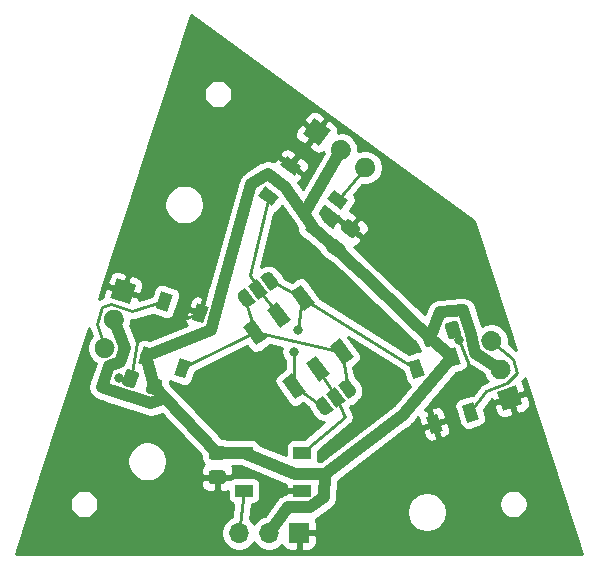
<source format=gbr>
%TF.GenerationSoftware,KiCad,Pcbnew,5.1.8*%
%TF.CreationDate,2021-01-22T11:45:01-05:00*%
%TF.ProjectId,penrosekite,70656e72-6f73-4656-9b69-74652e6b6963,rev?*%
%TF.SameCoordinates,Original*%
%TF.FileFunction,Copper,L1,Top*%
%TF.FilePolarity,Positive*%
%FSLAX46Y46*%
G04 Gerber Fmt 4.6, Leading zero omitted, Abs format (unit mm)*
G04 Created by KiCad (PCBNEW 5.1.8) date 2021-01-22 11:45:01*
%MOMM*%
%LPD*%
G01*
G04 APERTURE LIST*
%TA.AperFunction,SMDPad,CuDef*%
%ADD10C,0.100000*%
%TD*%
%TA.AperFunction,SMDPad,CuDef*%
%ADD11R,1.500000X1.000000*%
%TD*%
%TA.AperFunction,ComponentPad*%
%ADD12C,0.100000*%
%TD*%
%TA.AperFunction,ComponentPad*%
%ADD13R,1.700000X1.700000*%
%TD*%
%TA.AperFunction,ComponentPad*%
%ADD14O,1.700000X1.700000*%
%TD*%
%TA.AperFunction,ViaPad*%
%ADD15C,0.800000*%
%TD*%
%TA.AperFunction,Conductor*%
%ADD16C,1.000000*%
%TD*%
%TA.AperFunction,Conductor*%
%ADD17C,0.250000*%
%TD*%
%TA.AperFunction,Conductor*%
%ADD18C,0.254000*%
%TD*%
%TA.AperFunction,Conductor*%
%ADD19C,0.100000*%
%TD*%
G04 APERTURE END LIST*
%TO.P,C1,2*%
%TO.N,VCC*%
%TA.AperFunction,SMDPad,CuDef*%
G36*
G01*
X132955213Y-95715860D02*
X133723780Y-96274256D01*
G75*
G02*
X133779088Y-96623456I-146946J-202254D01*
G01*
X133382333Y-97169542D01*
G75*
G02*
X133033133Y-97224850I-202254J146946D01*
G01*
X132264566Y-96666454D01*
G75*
G02*
X132209258Y-96317254I146946J202254D01*
G01*
X132606013Y-95771168D01*
G75*
G02*
X132955213Y-95715860I202254J-146946D01*
G01*
G37*
%TD.AperFunction*%
%TO.P,C1,1*%
%TO.N,GND*%
%TA.AperFunction,SMDPad,CuDef*%
G36*
G01*
X134174867Y-94037150D02*
X134943434Y-94595546D01*
G75*
G02*
X134998742Y-94944746I-146946J-202254D01*
G01*
X134601987Y-95490832D01*
G75*
G02*
X134252787Y-95546140I-202254J146946D01*
G01*
X133484220Y-94987744D01*
G75*
G02*
X133428912Y-94638544I146946J202254D01*
G01*
X133825667Y-94092458D01*
G75*
G02*
X134174867Y-94037150I202254J-146946D01*
G01*
G37*
%TD.AperFunction*%
%TD*%
%TO.P,C2,1*%
%TO.N,GND*%
%TA.AperFunction,SMDPad,CuDef*%
G36*
G01*
X123411000Y-116433000D02*
X122461000Y-116433000D01*
G75*
G02*
X122211000Y-116183000I0J250000D01*
G01*
X122211000Y-115508000D01*
G75*
G02*
X122461000Y-115258000I250000J0D01*
G01*
X123411000Y-115258000D01*
G75*
G02*
X123661000Y-115508000I0J-250000D01*
G01*
X123661000Y-116183000D01*
G75*
G02*
X123411000Y-116433000I-250000J0D01*
G01*
G37*
%TD.AperFunction*%
%TO.P,C2,2*%
%TO.N,VCC*%
%TA.AperFunction,SMDPad,CuDef*%
G36*
G01*
X123411000Y-114358000D02*
X122461000Y-114358000D01*
G75*
G02*
X122211000Y-114108000I0J250000D01*
G01*
X122211000Y-113433000D01*
G75*
G02*
X122461000Y-113183000I250000J0D01*
G01*
X123411000Y-113183000D01*
G75*
G02*
X123661000Y-113433000I0J-250000D01*
G01*
X123661000Y-114108000D01*
G75*
G02*
X123411000Y-114358000I-250000J0D01*
G01*
G37*
%TD.AperFunction*%
%TD*%
%TO.P,C3,2*%
%TO.N,VCC*%
%TA.AperFunction,SMDPad,CuDef*%
G36*
G01*
X141347742Y-103382806D02*
X141641308Y-104286310D01*
G75*
G02*
X141480798Y-104601328I-237764J-77254D01*
G01*
X140838834Y-104809914D01*
G75*
G02*
X140523816Y-104649404I-77254J237764D01*
G01*
X140230250Y-103745900D01*
G75*
G02*
X140390760Y-103430882I237764J77254D01*
G01*
X141032724Y-103222296D01*
G75*
G02*
X141347742Y-103382806I77254J-237764D01*
G01*
G37*
%TD.AperFunction*%
%TO.P,C3,1*%
%TO.N,GND*%
%TA.AperFunction,SMDPad,CuDef*%
G36*
G01*
X143321184Y-102741596D02*
X143614750Y-103645100D01*
G75*
G02*
X143454240Y-103960118I-237764J-77254D01*
G01*
X142812276Y-104168704D01*
G75*
G02*
X142497258Y-104008194I-77254J237764D01*
G01*
X142203692Y-103104690D01*
G75*
G02*
X142364202Y-102789672I237764J77254D01*
G01*
X143006166Y-102581086D01*
G75*
G02*
X143321184Y-102741596I77254J-237764D01*
G01*
G37*
%TD.AperFunction*%
%TD*%
%TO.P,C4,1*%
%TO.N,GND*%
%TA.AperFunction,SMDPad,CuDef*%
G36*
G01*
X114893750Y-107772600D02*
X115187316Y-106869096D01*
G75*
G02*
X115502334Y-106708586I237764J-77254D01*
G01*
X116144298Y-106917172D01*
G75*
G02*
X116304808Y-107232190I-77254J-237764D01*
G01*
X116011242Y-108135694D01*
G75*
G02*
X115696224Y-108296204I-237764J77254D01*
G01*
X115054260Y-108087618D01*
G75*
G02*
X114893750Y-107772600I77254J237764D01*
G01*
G37*
%TD.AperFunction*%
%TO.P,C4,2*%
%TO.N,VCC*%
%TA.AperFunction,SMDPad,CuDef*%
G36*
G01*
X116867192Y-108413810D02*
X117160758Y-107510306D01*
G75*
G02*
X117475776Y-107349796I237764J-77254D01*
G01*
X118117740Y-107558382D01*
G75*
G02*
X118278250Y-107873400I-77254J-237764D01*
G01*
X117984684Y-108776904D01*
G75*
G02*
X117669666Y-108937414I-237764J77254D01*
G01*
X117027702Y-108728828D01*
G75*
G02*
X116867192Y-108413810I77254J237764D01*
G01*
G37*
%TD.AperFunction*%
%TD*%
%TA.AperFunction,SMDPad,CuDef*%
D10*
%TO.P,D1,3*%
%TO.N,GND*%
G36*
X128267646Y-89422457D02*
G01*
X128855431Y-88613440D01*
X130068956Y-89495117D01*
X129481171Y-90304134D01*
X128267646Y-89422457D01*
G37*
%TD.AperFunction*%
%TA.AperFunction,SMDPad,CuDef*%
%TO.P,D1,4*%
%TO.N,Net-(D1-Pad4)*%
G36*
X126386733Y-92011311D02*
G01*
X126974518Y-91202294D01*
X128188043Y-92083971D01*
X127600258Y-92892988D01*
X126386733Y-92011311D01*
G37*
%TD.AperFunction*%
%TA.AperFunction,SMDPad,CuDef*%
%TO.P,D1,2*%
%TO.N,Net-(D1-Pad2)*%
G36*
X132231829Y-92302605D02*
G01*
X132819614Y-91493588D01*
X134033139Y-92375265D01*
X133445354Y-93184282D01*
X132231829Y-92302605D01*
G37*
%TD.AperFunction*%
%TA.AperFunction,SMDPad,CuDef*%
%TO.P,D1,1*%
%TO.N,VCC*%
G36*
X130350916Y-94891459D02*
G01*
X130938701Y-94082442D01*
X132152226Y-94964119D01*
X131564441Y-95773136D01*
X130350916Y-94891459D01*
G37*
%TD.AperFunction*%
%TD*%
D11*
%TO.P,D2,1*%
%TO.N,VCC*%
X125209486Y-113772169D03*
%TO.P,D2,2*%
%TO.N,Net-(D2-Pad2)*%
X125209486Y-116972169D03*
%TO.P,D2,4*%
%TO.N,Net-(D2-Pad4)*%
X130109486Y-113772169D03*
%TO.P,D2,3*%
%TO.N,GND*%
X130109486Y-116972169D03*
%TD*%
%TA.AperFunction,SMDPad,CuDef*%
D10*
%TO.P,D3,1*%
%TO.N,VCC*%
G36*
X143549438Y-106241686D02*
G01*
X142598381Y-106550703D01*
X142134856Y-105124118D01*
X143085913Y-104815101D01*
X143549438Y-106241686D01*
G37*
%TD.AperFunction*%
%TA.AperFunction,SMDPad,CuDef*%
%TO.P,D3,2*%
%TO.N,Net-(D3-Pad2)*%
G36*
X140506057Y-107230541D02*
G01*
X139555000Y-107539558D01*
X139091475Y-106112973D01*
X140042532Y-105803956D01*
X140506057Y-107230541D01*
G37*
%TD.AperFunction*%
%TA.AperFunction,SMDPad,CuDef*%
%TO.P,D3,4*%
%TO.N,Net-(D3-Pad4)*%
G36*
X145063621Y-110901863D02*
G01*
X144112564Y-111210880D01*
X143649039Y-109784295D01*
X144600096Y-109475278D01*
X145063621Y-110901863D01*
G37*
%TD.AperFunction*%
%TA.AperFunction,SMDPad,CuDef*%
%TO.P,D3,3*%
%TO.N,GND*%
G36*
X142020240Y-111890718D02*
G01*
X141069183Y-112199735D01*
X140605658Y-110773150D01*
X141556715Y-110464133D01*
X142020240Y-111890718D01*
G37*
%TD.AperFunction*%
%TD*%
%TA.AperFunction,SMDPad,CuDef*%
%TO.P,D4,3*%
%TO.N,GND*%
G36*
X121260759Y-101080894D02*
G01*
X122211816Y-101389911D01*
X121748291Y-102816496D01*
X120797234Y-102507479D01*
X121260759Y-101080894D01*
G37*
%TD.AperFunction*%
%TA.AperFunction,SMDPad,CuDef*%
%TO.P,D4,4*%
%TO.N,Net-(D4-Pad4)*%
G36*
X118217378Y-100092039D02*
G01*
X119168435Y-100401056D01*
X118704910Y-101827641D01*
X117753853Y-101518624D01*
X118217378Y-100092039D01*
G37*
%TD.AperFunction*%
%TA.AperFunction,SMDPad,CuDef*%
%TO.P,D4,2*%
%TO.N,Net-(D4-Pad2)*%
G36*
X119746576Y-105741071D02*
G01*
X120697633Y-106050088D01*
X120234108Y-107476673D01*
X119283051Y-107167656D01*
X119746576Y-105741071D01*
G37*
%TD.AperFunction*%
%TA.AperFunction,SMDPad,CuDef*%
%TO.P,D4,1*%
%TO.N,VCC*%
G36*
X116703195Y-104752216D02*
G01*
X117654252Y-105061233D01*
X117190727Y-106487818D01*
X116239670Y-106178801D01*
X116703195Y-104752216D01*
G37*
%TD.AperFunction*%
%TD*%
%TO.P,J1,3*%
%TO.N,Net-(D1-Pad2)*%
%TA.AperFunction,ComponentPad*%
G36*
G01*
X134957975Y-90311081D02*
X134957975Y-90311081D01*
G75*
G02*
X134769928Y-89123800I499617J687664D01*
G01*
X134769928Y-89123800D01*
G75*
G02*
X135957209Y-88935753I687664J-499617D01*
G01*
X135957209Y-88935753D01*
G75*
G02*
X136145256Y-90123034I-499617J-687664D01*
G01*
X136145256Y-90123034D01*
G75*
G02*
X134957975Y-90311081I-687664J499617D01*
G01*
G37*
%TD.AperFunction*%
%TO.P,J1,2*%
%TO.N,VCC*%
%TA.AperFunction,ComponentPad*%
G36*
G01*
X132903072Y-88818107D02*
X132903072Y-88818107D01*
G75*
G02*
X132715025Y-87630826I499617J687664D01*
G01*
X132715025Y-87630826D01*
G75*
G02*
X133902306Y-87442779I687664J-499617D01*
G01*
X133902306Y-87442779D01*
G75*
G02*
X134090353Y-88630060I-499617J-687664D01*
G01*
X134090353Y-88630060D01*
G75*
G02*
X132903072Y-88818107I-687664J499617D01*
G01*
G37*
%TD.AperFunction*%
%TA.AperFunction,ComponentPad*%
D12*
%TO.P,J1,1*%
%TO.N,GND*%
G36*
X131535833Y-87824750D02*
G01*
X130160504Y-86825515D01*
X131159739Y-85450186D01*
X132535068Y-86449421D01*
X131535833Y-87824750D01*
G37*
%TD.AperFunction*%
%TD*%
D13*
%TO.P,J2,1*%
%TO.N,GND*%
X129864584Y-120563941D03*
D14*
%TO.P,J2,2*%
%TO.N,VCC*%
X127324584Y-120563941D03*
%TO.P,J2,3*%
%TO.N,Net-(D2-Pad2)*%
X124784584Y-120563941D03*
%TD*%
%TA.AperFunction,ComponentPad*%
D12*
%TO.P,J3,1*%
%TO.N,GND*%
G36*
X148256663Y-108069166D02*
G01*
X148781991Y-109685962D01*
X147165195Y-110211290D01*
X146639867Y-108594494D01*
X148256663Y-108069166D01*
G37*
%TD.AperFunction*%
%TO.P,J3,2*%
%TO.N,VCC*%
%TA.AperFunction,ComponentPad*%
G36*
G01*
X147734424Y-106461880D02*
X147734424Y-106461880D01*
G75*
G02*
X147188690Y-107532942I-808398J-262664D01*
G01*
X147188690Y-107532942D01*
G75*
G02*
X146117628Y-106987208I-262664J808398D01*
G01*
X146117628Y-106987208D01*
G75*
G02*
X146663362Y-105916146I808398J262664D01*
G01*
X146663362Y-105916146D01*
G75*
G02*
X147734424Y-106461880I262664J-808398D01*
G01*
G37*
%TD.AperFunction*%
%TO.P,J3,3*%
%TO.N,Net-(D3-Pad4)*%
%TA.AperFunction,ComponentPad*%
G36*
G01*
X146949521Y-104046197D02*
X146949521Y-104046197D01*
G75*
G02*
X146403787Y-105117259I-808398J-262664D01*
G01*
X146403787Y-105117259D01*
G75*
G02*
X145332725Y-104571525I-262664J808398D01*
G01*
X145332725Y-104571525D01*
G75*
G02*
X145878459Y-103500463I808398J262664D01*
G01*
X145878459Y-103500463D01*
G75*
G02*
X146949521Y-104046197I262664J-808398D01*
G01*
G37*
%TD.AperFunction*%
%TD*%
%TO.P,J4,3*%
%TO.N,Net-(D4-Pad4)*%
%TA.AperFunction,ComponentPad*%
G36*
G01*
X112592545Y-104650301D02*
X112592545Y-104650301D01*
G75*
G02*
X113663607Y-104104567I808398J-262664D01*
G01*
X113663607Y-104104567D01*
G75*
G02*
X114209341Y-105175629I-262664J-808398D01*
G01*
X114209341Y-105175629D01*
G75*
G02*
X113138279Y-105721363I-808398J262664D01*
G01*
X113138279Y-105721363D01*
G75*
G02*
X112592545Y-104650301I262664J808398D01*
G01*
G37*
%TD.AperFunction*%
%TO.P,J4,2*%
%TO.N,VCC*%
%TA.AperFunction,ComponentPad*%
G36*
G01*
X113377448Y-102234618D02*
X113377448Y-102234618D01*
G75*
G02*
X114448510Y-101688884I808398J-262664D01*
G01*
X114448510Y-101688884D01*
G75*
G02*
X114994244Y-102759946I-262664J-808398D01*
G01*
X114994244Y-102759946D01*
G75*
G02*
X113923182Y-103305680I-808398J262664D01*
G01*
X113923182Y-103305680D01*
G75*
G02*
X113377448Y-102234618I262664J808398D01*
G01*
G37*
%TD.AperFunction*%
%TA.AperFunction,ComponentPad*%
%TO.P,J4,1*%
%TO.N,GND*%
G36*
X113899687Y-100627332D02*
G01*
X114425015Y-99010536D01*
X116041811Y-99535864D01*
X115516483Y-101152660D01*
X113899687Y-100627332D01*
G37*
%TD.AperFunction*%
%TD*%
%TA.AperFunction,SMDPad,CuDef*%
D10*
%TO.P,JP1,2*%
%TO.N,Net-(D2-Pad4)*%
G36*
X132932670Y-108192345D02*
G01*
X133814347Y-109405870D01*
X133005330Y-109993655D01*
X132123653Y-108780130D01*
X132932670Y-108192345D01*
G37*
%TD.AperFunction*%
%TA.AperFunction,SMDPad,CuDef*%
%TO.P,JP1,3*%
%TO.N,Net-(D3-Pad2)*%
G36*
X132357763Y-110463397D02*
G01*
X132337915Y-110477817D01*
X132295582Y-110502628D01*
X132251022Y-110523171D01*
X132204662Y-110539247D01*
X132156950Y-110550702D01*
X132108346Y-110557424D01*
X132059316Y-110559352D01*
X132010334Y-110556463D01*
X131961869Y-110548786D01*
X131914392Y-110536398D01*
X131868357Y-110519414D01*
X131824208Y-110498001D01*
X131782371Y-110472363D01*
X131743248Y-110442748D01*
X131707217Y-110409440D01*
X131674624Y-110372762D01*
X131660203Y-110352914D01*
X131659716Y-110353268D01*
X131365823Y-109948759D01*
X131366310Y-109948406D01*
X131351889Y-109928557D01*
X131327079Y-109886225D01*
X131306535Y-109841665D01*
X131290460Y-109795305D01*
X131279004Y-109747593D01*
X131272283Y-109698988D01*
X131270355Y-109649958D01*
X131273244Y-109600976D01*
X131280920Y-109552511D01*
X131293309Y-109505034D01*
X131310293Y-109458999D01*
X131331706Y-109414851D01*
X131357344Y-109373014D01*
X131386959Y-109333891D01*
X131420267Y-109297860D01*
X131456944Y-109265266D01*
X131476793Y-109250845D01*
X131476439Y-109250358D01*
X131921398Y-108927076D01*
X132803076Y-110140602D01*
X132358117Y-110463884D01*
X132357763Y-110463397D01*
G37*
%TD.AperFunction*%
%TA.AperFunction,SMDPad,CuDef*%
%TO.P,JP1,1*%
%TO.N,Net-(D4-Pad2)*%
G36*
X133134924Y-108045398D02*
G01*
X133579883Y-107722116D01*
X133580237Y-107722603D01*
X133600085Y-107708183D01*
X133642418Y-107683372D01*
X133686978Y-107662829D01*
X133733338Y-107646753D01*
X133781050Y-107635298D01*
X133829654Y-107628576D01*
X133878684Y-107626648D01*
X133927666Y-107629537D01*
X133976131Y-107637214D01*
X134023608Y-107649602D01*
X134069643Y-107666586D01*
X134113792Y-107687999D01*
X134155629Y-107713637D01*
X134194752Y-107743252D01*
X134230783Y-107776560D01*
X134263376Y-107813238D01*
X134277797Y-107833086D01*
X134278284Y-107832732D01*
X134572177Y-108237241D01*
X134571690Y-108237594D01*
X134586111Y-108257443D01*
X134610921Y-108299775D01*
X134631465Y-108344335D01*
X134647540Y-108390695D01*
X134658996Y-108438407D01*
X134665717Y-108487012D01*
X134667645Y-108536042D01*
X134664756Y-108585024D01*
X134657080Y-108633489D01*
X134644691Y-108680966D01*
X134627707Y-108727001D01*
X134606294Y-108771149D01*
X134580656Y-108812986D01*
X134551041Y-108852109D01*
X134517733Y-108888140D01*
X134481056Y-108920734D01*
X134461207Y-108935155D01*
X134461561Y-108935642D01*
X134016602Y-109258924D01*
X133134924Y-108045398D01*
G37*
%TD.AperFunction*%
%TD*%
%TA.AperFunction,SMDPad,CuDef*%
%TO.P,JP2,1*%
%TO.N,Net-(D3-Pad2)*%
G36*
X126530924Y-98901398D02*
G01*
X126975883Y-98578116D01*
X126976237Y-98578603D01*
X126996085Y-98564183D01*
X127038418Y-98539372D01*
X127082978Y-98518829D01*
X127129338Y-98502753D01*
X127177050Y-98491298D01*
X127225654Y-98484576D01*
X127274684Y-98482648D01*
X127323666Y-98485537D01*
X127372131Y-98493214D01*
X127419608Y-98505602D01*
X127465643Y-98522586D01*
X127509792Y-98543999D01*
X127551629Y-98569637D01*
X127590752Y-98599252D01*
X127626783Y-98632560D01*
X127659376Y-98669238D01*
X127673797Y-98689086D01*
X127674284Y-98688732D01*
X127968177Y-99093241D01*
X127967690Y-99093594D01*
X127982111Y-99113443D01*
X128006921Y-99155775D01*
X128027465Y-99200335D01*
X128043540Y-99246695D01*
X128054996Y-99294407D01*
X128061717Y-99343012D01*
X128063645Y-99392042D01*
X128060756Y-99441024D01*
X128053080Y-99489489D01*
X128040691Y-99536966D01*
X128023707Y-99583001D01*
X128002294Y-99627149D01*
X127976656Y-99668986D01*
X127947041Y-99708109D01*
X127913733Y-99744140D01*
X127877056Y-99776734D01*
X127857207Y-99791155D01*
X127857561Y-99791642D01*
X127412602Y-100114924D01*
X126530924Y-98901398D01*
G37*
%TD.AperFunction*%
%TA.AperFunction,SMDPad,CuDef*%
%TO.P,JP2,3*%
%TO.N,Net-(D4-Pad2)*%
G36*
X125753763Y-101319397D02*
G01*
X125733915Y-101333817D01*
X125691582Y-101358628D01*
X125647022Y-101379171D01*
X125600662Y-101395247D01*
X125552950Y-101406702D01*
X125504346Y-101413424D01*
X125455316Y-101415352D01*
X125406334Y-101412463D01*
X125357869Y-101404786D01*
X125310392Y-101392398D01*
X125264357Y-101375414D01*
X125220208Y-101354001D01*
X125178371Y-101328363D01*
X125139248Y-101298748D01*
X125103217Y-101265440D01*
X125070624Y-101228762D01*
X125056203Y-101208914D01*
X125055716Y-101209268D01*
X124761823Y-100804759D01*
X124762310Y-100804406D01*
X124747889Y-100784557D01*
X124723079Y-100742225D01*
X124702535Y-100697665D01*
X124686460Y-100651305D01*
X124675004Y-100603593D01*
X124668283Y-100554988D01*
X124666355Y-100505958D01*
X124669244Y-100456976D01*
X124676920Y-100408511D01*
X124689309Y-100361034D01*
X124706293Y-100314999D01*
X124727706Y-100270851D01*
X124753344Y-100229014D01*
X124782959Y-100189891D01*
X124816267Y-100153860D01*
X124852944Y-100121266D01*
X124872793Y-100106845D01*
X124872439Y-100106358D01*
X125317398Y-99783076D01*
X126199076Y-100996602D01*
X125754117Y-101319884D01*
X125753763Y-101319397D01*
G37*
%TD.AperFunction*%
%TA.AperFunction,SMDPad,CuDef*%
%TO.P,JP2,2*%
%TO.N,Net-(D1-Pad4)*%
G36*
X126328670Y-99048345D02*
G01*
X127210347Y-100261870D01*
X126401330Y-100849655D01*
X125519653Y-99636130D01*
X126328670Y-99048345D01*
G37*
%TD.AperFunction*%
%TD*%
%TA.AperFunction,SMDPad,CuDef*%
%TO.P,SW1,1*%
%TO.N,Net-(D3-Pad2)*%
G36*
X129137999Y-100173554D02*
G01*
X130027918Y-99526991D01*
X131174099Y-101104574D01*
X130284180Y-101751137D01*
X129137999Y-100173554D01*
G37*
%TD.AperFunction*%
%TA.AperFunction,SMDPad,CuDef*%
%TO.P,SW1,2*%
%TO.N,Net-(D1-Pad4)*%
G36*
X127115457Y-101643017D02*
G01*
X128005376Y-100996454D01*
X129151557Y-102574037D01*
X128261638Y-103220600D01*
X127115457Y-101643017D01*
G37*
%TD.AperFunction*%
%TA.AperFunction,SMDPad,CuDef*%
%TO.P,SW1,3*%
%TO.N,Net-(D4-Pad2)*%
G36*
X125092914Y-103112480D02*
G01*
X125982833Y-102465917D01*
X127129014Y-104043500D01*
X126239095Y-104690063D01*
X125092914Y-103112480D01*
G37*
%TD.AperFunction*%
%TA.AperFunction,SMDPad,CuDef*%
%TO.P,SW1,4*%
G36*
X132458986Y-104744500D02*
G01*
X133348905Y-104097937D01*
X134495086Y-105675520D01*
X133605167Y-106322083D01*
X132458986Y-104744500D01*
G37*
%TD.AperFunction*%
%TA.AperFunction,SMDPad,CuDef*%
%TO.P,SW1,5*%
%TO.N,Net-(D2-Pad4)*%
G36*
X130436443Y-106213963D02*
G01*
X131326362Y-105567400D01*
X132472543Y-107144983D01*
X131582624Y-107791546D01*
X130436443Y-106213963D01*
G37*
%TD.AperFunction*%
%TA.AperFunction,SMDPad,CuDef*%
%TO.P,SW1,6*%
%TO.N,Net-(D3-Pad2)*%
G36*
X128413901Y-107683426D02*
G01*
X129303820Y-107036863D01*
X130450001Y-108614446D01*
X129560082Y-109261009D01*
X128413901Y-107683426D01*
G37*
%TD.AperFunction*%
%TD*%
D15*
%TO.N,GND*%
X114617500Y-107442000D03*
X120205500Y-101473000D03*
X124587000Y-115506500D03*
X128460500Y-116967000D03*
X141478000Y-109474000D03*
X130429000Y-90424000D03*
X132715000Y-93853000D03*
X143383000Y-104267000D03*
X125222000Y-108915200D03*
X134213600Y-100685600D03*
X136474200Y-108254800D03*
%TO.N,Net-(D3-Pad2)*%
X129794000Y-103378000D03*
X129413000Y-105219500D03*
%TD*%
D16*
%TO.N,VCC*%
X122936000Y-113770500D02*
X125209486Y-113772169D01*
X125209486Y-113772169D02*
X129540000Y-115570000D01*
X129540000Y-115570000D02*
X132080000Y-115570000D01*
X131251571Y-94927789D02*
X132994173Y-96470355D01*
X128714500Y-91313000D02*
X127222789Y-90137711D01*
X125838639Y-91040639D02*
X127222789Y-90137711D01*
X142842147Y-105682902D02*
X140935779Y-104016105D01*
X116946961Y-105620017D02*
X117572721Y-108143605D01*
X127324584Y-120563941D02*
X128905000Y-118364000D01*
X130786533Y-118404033D02*
X131949031Y-117534531D01*
X128905000Y-118364000D02*
X130786533Y-118404033D01*
X131949031Y-117534531D02*
X132080000Y-115570000D01*
X140935779Y-104016105D02*
X138900359Y-102082141D01*
X143764000Y-101727000D02*
X144411014Y-103707514D01*
X144411014Y-103707514D02*
X144757677Y-105305323D01*
X146926026Y-106724544D02*
X144757677Y-105305323D01*
X142842147Y-105682902D02*
X138671300Y-110540800D01*
X132080000Y-115570000D02*
X138671300Y-110540800D01*
X113855500Y-108458000D02*
X117348000Y-109601000D01*
X117348000Y-109601000D02*
X118546135Y-109164865D01*
X118546135Y-109164865D02*
X122936000Y-113770500D01*
X117572721Y-108143605D02*
X118546135Y-109164865D01*
X114681000Y-106108500D02*
X115128835Y-104898665D01*
X114185846Y-102497282D02*
X115128835Y-104898665D01*
X138900359Y-102082141D02*
X135579082Y-98926418D01*
X135579082Y-98926418D02*
X134178936Y-97596064D01*
X134178936Y-97596064D02*
X132994173Y-96470355D01*
X133402689Y-88130443D02*
X130285771Y-93551729D01*
X130285771Y-93551729D02*
X131251571Y-94927789D01*
X128714500Y-91313000D02*
X130285771Y-93551729D01*
X114681000Y-106108500D02*
X113792000Y-106426000D01*
X113792000Y-106426000D02*
X113157000Y-108204000D01*
X113157000Y-108204000D02*
X113855500Y-108458000D01*
X140935779Y-104016105D02*
X141791142Y-101871058D01*
X143764000Y-101727000D02*
X141791142Y-101871058D01*
X123302494Y-99909094D02*
X125838639Y-91040639D01*
X122448159Y-103357841D02*
X123302494Y-99909094D01*
X116946961Y-105620017D02*
X122448159Y-103357841D01*
D17*
%TO.N,GND*%
X115599279Y-107502395D02*
X116205000Y-103886000D01*
X116205000Y-103886000D02*
X121504525Y-101948695D01*
X115599279Y-107502395D02*
X114617500Y-107442000D01*
X141478000Y-109474000D02*
X144272000Y-106616500D01*
X142909221Y-103374895D02*
X143383000Y-104267000D01*
X143383000Y-104267000D02*
X144246600Y-106349800D01*
X144246600Y-106349800D02*
X141478000Y-109474000D01*
%TO.N,Net-(D1-Pad4)*%
X127287388Y-92047641D02*
X125730000Y-98742500D01*
X125730000Y-98742500D02*
X126365000Y-99949000D01*
X126365000Y-99949000D02*
X128133507Y-102108527D01*
%TO.N,Net-(D1-Pad2)*%
X135457592Y-89623417D02*
X133132484Y-92338935D01*
%TO.N,Net-(D2-Pad2)*%
X124784584Y-120563941D02*
X125209486Y-116972169D01*
%TO.N,Net-(D2-Pad4)*%
X130109486Y-113772169D02*
X133731000Y-110744000D01*
X133731000Y-110744000D02*
X132969000Y-109093000D01*
X132969000Y-109093000D02*
X131454493Y-106679473D01*
%TO.N,Net-(D3-Pad2)*%
X139798766Y-106671757D02*
X130156049Y-100639064D01*
X129431951Y-108148936D02*
X131917278Y-109857121D01*
X127416722Y-99184879D02*
X130156049Y-100639064D01*
X130156049Y-100639064D02*
X129794000Y-103378000D01*
X129413000Y-105219500D02*
X129431951Y-108148936D01*
%TO.N,Net-(D3-Pad4)*%
X146141123Y-104308861D02*
X147955000Y-105854500D01*
X147955000Y-105854500D02*
X148336000Y-107061000D01*
X148336000Y-107061000D02*
X147447000Y-107886500D01*
X147447000Y-107886500D02*
X145732500Y-108585000D01*
X145732500Y-108585000D02*
X144356330Y-110343079D01*
%TO.N,Net-(D4-Pad4)*%
X113400943Y-104912965D02*
X112776000Y-102870000D01*
X112776000Y-102870000D02*
X113157000Y-101473000D01*
X113157000Y-101473000D02*
X113919000Y-101155500D01*
X113919000Y-101155500D02*
X115760500Y-101790500D01*
X115760500Y-101790500D02*
X118461144Y-100959840D01*
%TO.N,Net-(D4-Pad2)*%
X119990342Y-106608872D02*
X126110964Y-103577990D01*
X134020722Y-108328879D02*
X133477036Y-105210010D01*
X126110964Y-103577990D02*
X125313278Y-100713121D01*
X126110964Y-103577990D02*
X133477036Y-105210010D01*
%TD*%
D18*
%TO.N,GND*%
X112300411Y-103913390D02*
X112247468Y-103966333D01*
X112084953Y-104209554D01*
X111973011Y-104479807D01*
X111915943Y-104766705D01*
X111915943Y-105059225D01*
X111973011Y-105346123D01*
X112084953Y-105616376D01*
X112247468Y-105859597D01*
X112454311Y-106066440D01*
X112664938Y-106207177D01*
X112107974Y-107766679D01*
X112085175Y-107814246D01*
X112070473Y-107871680D01*
X112069372Y-107874763D01*
X112056625Y-107925778D01*
X112029732Y-108030838D01*
X112029554Y-108034123D01*
X112028755Y-108037319D01*
X112023493Y-108145731D01*
X112017610Y-108254083D01*
X112018076Y-108257344D01*
X112017917Y-108260630D01*
X112033897Y-108367931D01*
X112049273Y-108475405D01*
X112050366Y-108478511D01*
X112050851Y-108481766D01*
X112087460Y-108583891D01*
X112123507Y-108686297D01*
X112125186Y-108689131D01*
X112126296Y-108692228D01*
X112182114Y-108785231D01*
X112237456Y-108878654D01*
X112239655Y-108881106D01*
X112241349Y-108883928D01*
X112314263Y-108964281D01*
X112386744Y-109045085D01*
X112389379Y-109047060D01*
X112391590Y-109049497D01*
X112478766Y-109114072D01*
X112565631Y-109179193D01*
X112568600Y-109180616D01*
X112571246Y-109182576D01*
X112669430Y-109228943D01*
X112716727Y-109251612D01*
X112719795Y-109252728D01*
X112773412Y-109278048D01*
X112824594Y-109290836D01*
X113432596Y-109511929D01*
X113449485Y-109519359D01*
X113484924Y-109530957D01*
X113520016Y-109543718D01*
X113537915Y-109548300D01*
X116983206Y-110675850D01*
X117076962Y-110708817D01*
X117144722Y-110718488D01*
X117211541Y-110733298D01*
X117255132Y-110734247D01*
X117298294Y-110740407D01*
X117366641Y-110736673D01*
X117435063Y-110738162D01*
X117477996Y-110730590D01*
X117521536Y-110728211D01*
X117587834Y-110711217D01*
X117655240Y-110699328D01*
X117747877Y-110663297D01*
X118236762Y-110485338D01*
X121572928Y-113985484D01*
X121572928Y-114108000D01*
X121589992Y-114281254D01*
X121640528Y-114447850D01*
X121722595Y-114601386D01*
X121833038Y-114735962D01*
X121839594Y-114741342D01*
X121759815Y-114806815D01*
X121680463Y-114903506D01*
X121621498Y-115013820D01*
X121585188Y-115133518D01*
X121572928Y-115258000D01*
X121576000Y-115559750D01*
X121734750Y-115718500D01*
X122809000Y-115718500D01*
X122809000Y-115698500D01*
X123063000Y-115698500D01*
X123063000Y-115718500D01*
X124137250Y-115718500D01*
X124296000Y-115559750D01*
X124299072Y-115258000D01*
X124286812Y-115133518D01*
X124250502Y-115013820D01*
X124193096Y-114906422D01*
X124422424Y-114906591D01*
X124459486Y-114910241D01*
X124990648Y-114910241D01*
X128722652Y-116459599D01*
X128721414Y-116472169D01*
X128724486Y-116686419D01*
X128883236Y-116845169D01*
X129982486Y-116845169D01*
X129982486Y-116825169D01*
X130236486Y-116825169D01*
X130236486Y-116845169D01*
X130256486Y-116845169D01*
X130256486Y-117099169D01*
X130236486Y-117099169D01*
X130236486Y-117119169D01*
X129982486Y-117119169D01*
X129982486Y-117099169D01*
X128883236Y-117099169D01*
X128745487Y-117236918D01*
X128720556Y-117238522D01*
X128713558Y-117240388D01*
X128706346Y-117240944D01*
X128605698Y-117269152D01*
X128504530Y-117296131D01*
X128498028Y-117299328D01*
X128491066Y-117301279D01*
X128397831Y-117348592D01*
X128303895Y-117394778D01*
X128298147Y-117399178D01*
X128291693Y-117402453D01*
X128209446Y-117467073D01*
X128126359Y-117530671D01*
X128121579Y-117536108D01*
X128115889Y-117540579D01*
X128047837Y-117619993D01*
X128015733Y-117656513D01*
X128011536Y-117662355D01*
X127970409Y-117710349D01*
X127946481Y-117752911D01*
X126963124Y-119121747D01*
X126891426Y-119136009D01*
X126621173Y-119247951D01*
X126377952Y-119410466D01*
X126171109Y-119617309D01*
X126054584Y-119791701D01*
X125938059Y-119617309D01*
X125731216Y-119410466D01*
X125689625Y-119382676D01*
X125840153Y-118110241D01*
X125959486Y-118110241D01*
X126083968Y-118097981D01*
X126203666Y-118061671D01*
X126313980Y-118002706D01*
X126410671Y-117923354D01*
X126490023Y-117826663D01*
X126548988Y-117716349D01*
X126585298Y-117596651D01*
X126597558Y-117472169D01*
X126597558Y-116472169D01*
X126585298Y-116347687D01*
X126548988Y-116227989D01*
X126490023Y-116117675D01*
X126410671Y-116020984D01*
X126313980Y-115941632D01*
X126203666Y-115882667D01*
X126083968Y-115846357D01*
X125959486Y-115834097D01*
X124459486Y-115834097D01*
X124335004Y-115846357D01*
X124215306Y-115882667D01*
X124104992Y-115941632D01*
X124067379Y-115972500D01*
X123063000Y-115972500D01*
X123063000Y-116909250D01*
X123221750Y-117068000D01*
X123661000Y-117071072D01*
X123785482Y-117058812D01*
X123821414Y-117047912D01*
X123821414Y-117472169D01*
X123833674Y-117596651D01*
X123869984Y-117716349D01*
X123928949Y-117826663D01*
X124008301Y-117923354D01*
X124104992Y-118002706D01*
X124215306Y-118061671D01*
X124311836Y-118090953D01*
X124179797Y-119207100D01*
X124081173Y-119247951D01*
X123837952Y-119410466D01*
X123631109Y-119617309D01*
X123468594Y-119860530D01*
X123356652Y-120130783D01*
X123299584Y-120417681D01*
X123299584Y-120710201D01*
X123356652Y-120997099D01*
X123468594Y-121267352D01*
X123631109Y-121510573D01*
X123837952Y-121717416D01*
X124081173Y-121879931D01*
X124351426Y-121991873D01*
X124638324Y-122048941D01*
X124930844Y-122048941D01*
X125217742Y-121991873D01*
X125487995Y-121879931D01*
X125731216Y-121717416D01*
X125938059Y-121510573D01*
X126054584Y-121336181D01*
X126171109Y-121510573D01*
X126377952Y-121717416D01*
X126621173Y-121879931D01*
X126891426Y-121991873D01*
X127178324Y-122048941D01*
X127470844Y-122048941D01*
X127757742Y-121991873D01*
X128027995Y-121879931D01*
X128271216Y-121717416D01*
X128403071Y-121585561D01*
X128425082Y-121658121D01*
X128484047Y-121768435D01*
X128563399Y-121865126D01*
X128660090Y-121944478D01*
X128770404Y-122003443D01*
X128890102Y-122039753D01*
X129014584Y-122052013D01*
X129578834Y-122048941D01*
X129737584Y-121890191D01*
X129737584Y-120690941D01*
X129991584Y-120690941D01*
X129991584Y-121890191D01*
X130150334Y-122048941D01*
X130714584Y-122052013D01*
X130839066Y-122039753D01*
X130958764Y-122003443D01*
X131069078Y-121944478D01*
X131165769Y-121865126D01*
X131245121Y-121768435D01*
X131304086Y-121658121D01*
X131340396Y-121538423D01*
X131352656Y-121413941D01*
X131349584Y-120849691D01*
X131190834Y-120690941D01*
X129991584Y-120690941D01*
X129737584Y-120690941D01*
X129717584Y-120690941D01*
X129717584Y-120436941D01*
X129737584Y-120436941D01*
X129737584Y-120416941D01*
X129991584Y-120416941D01*
X129991584Y-120436941D01*
X131190834Y-120436941D01*
X131349584Y-120278191D01*
X131352656Y-119713941D01*
X131340396Y-119589459D01*
X131304086Y-119469761D01*
X131282961Y-119430239D01*
X131337836Y-119397044D01*
X131399840Y-119365580D01*
X131477105Y-119304874D01*
X132379603Y-118629842D01*
X139005600Y-118629842D01*
X139005600Y-118961758D01*
X139070354Y-119287296D01*
X139197372Y-119593947D01*
X139381775Y-119869925D01*
X139616475Y-120104625D01*
X139892453Y-120289028D01*
X140199104Y-120416046D01*
X140524642Y-120480800D01*
X140856558Y-120480800D01*
X141182096Y-120416046D01*
X141488747Y-120289028D01*
X141764725Y-120104625D01*
X141999425Y-119869925D01*
X142183828Y-119593947D01*
X142310846Y-119287296D01*
X142375600Y-118961758D01*
X142375600Y-118629842D01*
X142310846Y-118304304D01*
X142183828Y-117997653D01*
X142179266Y-117990825D01*
X146795800Y-117990825D01*
X146795800Y-118229175D01*
X146842299Y-118462944D01*
X146933512Y-118683150D01*
X147065931Y-118881330D01*
X147234470Y-119049869D01*
X147432650Y-119182288D01*
X147652856Y-119273501D01*
X147886625Y-119320000D01*
X148124975Y-119320000D01*
X148358744Y-119273501D01*
X148578950Y-119182288D01*
X148777130Y-119049869D01*
X148945669Y-118881330D01*
X149078088Y-118683150D01*
X149169301Y-118462944D01*
X149215800Y-118229175D01*
X149215800Y-117990825D01*
X149169301Y-117757056D01*
X149078088Y-117536850D01*
X148945669Y-117338670D01*
X148777130Y-117170131D01*
X148578950Y-117037712D01*
X148358744Y-116946499D01*
X148124975Y-116900000D01*
X147886625Y-116900000D01*
X147652856Y-116946499D01*
X147432650Y-117037712D01*
X147234470Y-117170131D01*
X147065931Y-117338670D01*
X146933512Y-117536850D01*
X146842299Y-117757056D01*
X146795800Y-117990825D01*
X142179266Y-117990825D01*
X141999425Y-117721675D01*
X141764725Y-117486975D01*
X141488747Y-117302572D01*
X141182096Y-117175554D01*
X140856558Y-117110800D01*
X140524642Y-117110800D01*
X140199104Y-117175554D01*
X139892453Y-117302572D01*
X139616475Y-117486975D01*
X139381775Y-117721675D01*
X139197372Y-117997653D01*
X139070354Y-118304304D01*
X139005600Y-118629842D01*
X132379603Y-118629842D01*
X132619088Y-118450717D01*
X132700049Y-118392838D01*
X132746773Y-118343063D01*
X132797180Y-118297003D01*
X132823114Y-118261737D01*
X132853066Y-118229829D01*
X132889180Y-118171897D01*
X132929634Y-118116886D01*
X132948190Y-118077237D01*
X132971341Y-118040100D01*
X132995458Y-117976240D01*
X133024404Y-117914391D01*
X133034868Y-117871886D01*
X133050330Y-117830943D01*
X133061527Y-117763592D01*
X133077847Y-117697297D01*
X133082328Y-117597853D01*
X133178204Y-116159719D01*
X138689678Y-111954433D01*
X140321801Y-111954433D01*
X140462341Y-112396910D01*
X140512468Y-112511511D01*
X140583990Y-112614130D01*
X140674157Y-112700824D01*
X140779505Y-112768261D01*
X140895985Y-112813850D01*
X141019121Y-112835840D01*
X141144181Y-112833385D01*
X141266359Y-112806577D01*
X141469173Y-112737449D01*
X141571097Y-112537412D01*
X141231410Y-111491963D01*
X140423725Y-111754396D01*
X140321801Y-111954433D01*
X138689678Y-111954433D01*
X139321452Y-111472386D01*
X139375048Y-111438273D01*
X139450354Y-111366242D01*
X139526714Y-111295112D01*
X139563873Y-111243555D01*
X139970473Y-110769976D01*
X139972008Y-110848147D01*
X139998815Y-110970325D01*
X140145198Y-111410904D01*
X140345235Y-111512828D01*
X140651017Y-111413473D01*
X141472978Y-111413473D01*
X141812665Y-112458922D01*
X142012702Y-112560846D01*
X142217415Y-112497560D01*
X142332016Y-112447433D01*
X142434635Y-112375912D01*
X142521329Y-112285744D01*
X142588766Y-112180396D01*
X142634355Y-112063917D01*
X142656345Y-111940781D01*
X142653890Y-111815721D01*
X142627083Y-111693543D01*
X142480700Y-111252964D01*
X142280663Y-111151040D01*
X141472978Y-111413473D01*
X140651017Y-111413473D01*
X141152920Y-111250395D01*
X140813233Y-110204946D01*
X140659188Y-110126456D01*
X141054801Y-110126456D01*
X141394488Y-111171905D01*
X142202173Y-110909472D01*
X142304097Y-110709435D01*
X142163557Y-110266958D01*
X142113430Y-110152357D01*
X142041908Y-110049738D01*
X141951741Y-109963044D01*
X141846393Y-109895607D01*
X141729913Y-109850018D01*
X141606777Y-109828028D01*
X141481717Y-109830483D01*
X141359539Y-109857291D01*
X141156725Y-109926419D01*
X141054801Y-110126456D01*
X140659188Y-110126456D01*
X140613196Y-110103022D01*
X140517773Y-110132522D01*
X143178955Y-107032972D01*
X143746613Y-106848529D01*
X143861213Y-106798401D01*
X143963832Y-106726880D01*
X144050527Y-106636713D01*
X144117964Y-106531365D01*
X144163554Y-106414885D01*
X144185543Y-106291749D01*
X144185458Y-106287438D01*
X144186464Y-106287953D01*
X145495518Y-107144751D01*
X145498094Y-107157702D01*
X145610036Y-107427955D01*
X145772551Y-107671176D01*
X145827159Y-107725784D01*
X145504817Y-107857108D01*
X145494011Y-107859518D01*
X145435578Y-107885317D01*
X145411181Y-107895256D01*
X145401456Y-107900382D01*
X145357059Y-107919983D01*
X145335366Y-107935214D01*
X145311929Y-107947566D01*
X145274247Y-107978125D01*
X145234535Y-108006007D01*
X145216235Y-108025172D01*
X145195652Y-108041864D01*
X145164657Y-108079187D01*
X145157054Y-108087149D01*
X145140794Y-108107921D01*
X145100008Y-108157034D01*
X145094735Y-108166763D01*
X144567117Y-108840804D01*
X144525099Y-108841629D01*
X144402921Y-108868435D01*
X143451864Y-109177452D01*
X143337264Y-109227580D01*
X143234645Y-109299101D01*
X143147950Y-109389268D01*
X143080513Y-109494616D01*
X143034923Y-109611096D01*
X143012934Y-109734232D01*
X143015390Y-109859292D01*
X143042196Y-109981470D01*
X143505721Y-111408055D01*
X143555849Y-111522655D01*
X143627370Y-111625275D01*
X143717537Y-111711969D01*
X143822885Y-111779406D01*
X143939365Y-111824996D01*
X144062501Y-111846985D01*
X144187561Y-111844529D01*
X144309739Y-111817723D01*
X145260796Y-111508706D01*
X145375396Y-111458578D01*
X145478015Y-111387057D01*
X145564710Y-111296890D01*
X145632147Y-111191542D01*
X145677737Y-111075062D01*
X145699726Y-110951926D01*
X145697270Y-110826866D01*
X145670464Y-110704688D01*
X145485066Y-110134092D01*
X145691098Y-109870883D01*
X146386912Y-109870883D01*
X146558353Y-110408466D01*
X146608480Y-110523066D01*
X146680001Y-110625686D01*
X146770169Y-110712379D01*
X146875517Y-110779817D01*
X146991997Y-110825406D01*
X147115133Y-110847396D01*
X147240193Y-110844940D01*
X147362370Y-110818133D01*
X147898055Y-110640849D01*
X147999979Y-110440812D01*
X147629390Y-109300257D01*
X146488835Y-109670846D01*
X146386912Y-109870883D01*
X145691098Y-109870883D01*
X146182449Y-109243175D01*
X146210308Y-109327354D01*
X146410345Y-109429278D01*
X147048997Y-109221767D01*
X147870958Y-109221767D01*
X148241547Y-110362322D01*
X148441584Y-110464245D01*
X148979167Y-110292804D01*
X149093767Y-110242677D01*
X149196387Y-110171156D01*
X149283080Y-110080988D01*
X149350518Y-109975640D01*
X149396107Y-109859160D01*
X149418097Y-109736024D01*
X149415641Y-109610964D01*
X149388834Y-109488787D01*
X149211550Y-108953102D01*
X149011513Y-108851178D01*
X147870958Y-109221767D01*
X147048997Y-109221767D01*
X147550900Y-109058689D01*
X147544719Y-109039667D01*
X147786288Y-108961178D01*
X147792468Y-108980199D01*
X148933023Y-108609610D01*
X149034946Y-108409573D01*
X148863505Y-107871990D01*
X148813378Y-107757390D01*
X148769990Y-107695136D01*
X148811862Y-107656255D01*
X148827143Y-107645792D01*
X148866607Y-107605420D01*
X148880500Y-107592520D01*
X148892707Y-107578721D01*
X148931792Y-107538737D01*
X148942199Y-107522773D01*
X148954836Y-107508487D01*
X148983021Y-107460151D01*
X149008128Y-107421635D01*
X153849858Y-122314770D01*
X105879651Y-122339754D01*
X107293478Y-117990825D01*
X110448400Y-117990825D01*
X110448400Y-118229175D01*
X110494899Y-118462944D01*
X110586112Y-118683150D01*
X110718531Y-118881330D01*
X110887070Y-119049869D01*
X111085250Y-119182288D01*
X111305456Y-119273501D01*
X111539225Y-119320000D01*
X111777575Y-119320000D01*
X112011344Y-119273501D01*
X112231550Y-119182288D01*
X112429730Y-119049869D01*
X112598269Y-118881330D01*
X112730688Y-118683150D01*
X112821901Y-118462944D01*
X112868400Y-118229175D01*
X112868400Y-117990825D01*
X112821901Y-117757056D01*
X112730688Y-117536850D01*
X112598269Y-117338670D01*
X112429730Y-117170131D01*
X112231550Y-117037712D01*
X112011344Y-116946499D01*
X111777575Y-116900000D01*
X111539225Y-116900000D01*
X111305456Y-116946499D01*
X111085250Y-117037712D01*
X110887070Y-117170131D01*
X110718531Y-117338670D01*
X110586112Y-117536850D01*
X110494899Y-117757056D01*
X110448400Y-117990825D01*
X107293478Y-117990825D01*
X107799923Y-116433000D01*
X121572928Y-116433000D01*
X121585188Y-116557482D01*
X121621498Y-116677180D01*
X121680463Y-116787494D01*
X121759815Y-116884185D01*
X121856506Y-116963537D01*
X121966820Y-117022502D01*
X122086518Y-117058812D01*
X122211000Y-117071072D01*
X122650250Y-117068000D01*
X122809000Y-116909250D01*
X122809000Y-115972500D01*
X121734750Y-115972500D01*
X121576000Y-116131250D01*
X121572928Y-116433000D01*
X107799923Y-116433000D01*
X108481249Y-114337242D01*
X115332800Y-114337242D01*
X115332800Y-114669158D01*
X115397554Y-114994696D01*
X115524572Y-115301347D01*
X115708975Y-115577325D01*
X115943675Y-115812025D01*
X116219653Y-115996428D01*
X116526304Y-116123446D01*
X116851842Y-116188200D01*
X117183758Y-116188200D01*
X117509296Y-116123446D01*
X117815947Y-115996428D01*
X118091925Y-115812025D01*
X118326625Y-115577325D01*
X118511028Y-115301347D01*
X118638046Y-114994696D01*
X118702800Y-114669158D01*
X118702800Y-114337242D01*
X118638046Y-114011704D01*
X118511028Y-113705053D01*
X118326625Y-113429075D01*
X118091925Y-113194375D01*
X117815947Y-113009972D01*
X117509296Y-112882954D01*
X117183758Y-112818200D01*
X116851842Y-112818200D01*
X116526304Y-112882954D01*
X116219653Y-113009972D01*
X115943675Y-113194375D01*
X115708975Y-113429075D01*
X115524572Y-113705053D01*
X115397554Y-114011704D01*
X115332800Y-114337242D01*
X108481249Y-114337242D01*
X112091763Y-103231312D01*
X112300411Y-103913390D01*
%TA.AperFunction,Conductor*%
D19*
G36*
X112300411Y-103913390D02*
G01*
X112247468Y-103966333D01*
X112084953Y-104209554D01*
X111973011Y-104479807D01*
X111915943Y-104766705D01*
X111915943Y-105059225D01*
X111973011Y-105346123D01*
X112084953Y-105616376D01*
X112247468Y-105859597D01*
X112454311Y-106066440D01*
X112664938Y-106207177D01*
X112107974Y-107766679D01*
X112085175Y-107814246D01*
X112070473Y-107871680D01*
X112069372Y-107874763D01*
X112056625Y-107925778D01*
X112029732Y-108030838D01*
X112029554Y-108034123D01*
X112028755Y-108037319D01*
X112023493Y-108145731D01*
X112017610Y-108254083D01*
X112018076Y-108257344D01*
X112017917Y-108260630D01*
X112033897Y-108367931D01*
X112049273Y-108475405D01*
X112050366Y-108478511D01*
X112050851Y-108481766D01*
X112087460Y-108583891D01*
X112123507Y-108686297D01*
X112125186Y-108689131D01*
X112126296Y-108692228D01*
X112182114Y-108785231D01*
X112237456Y-108878654D01*
X112239655Y-108881106D01*
X112241349Y-108883928D01*
X112314263Y-108964281D01*
X112386744Y-109045085D01*
X112389379Y-109047060D01*
X112391590Y-109049497D01*
X112478766Y-109114072D01*
X112565631Y-109179193D01*
X112568600Y-109180616D01*
X112571246Y-109182576D01*
X112669430Y-109228943D01*
X112716727Y-109251612D01*
X112719795Y-109252728D01*
X112773412Y-109278048D01*
X112824594Y-109290836D01*
X113432596Y-109511929D01*
X113449485Y-109519359D01*
X113484924Y-109530957D01*
X113520016Y-109543718D01*
X113537915Y-109548300D01*
X116983206Y-110675850D01*
X117076962Y-110708817D01*
X117144722Y-110718488D01*
X117211541Y-110733298D01*
X117255132Y-110734247D01*
X117298294Y-110740407D01*
X117366641Y-110736673D01*
X117435063Y-110738162D01*
X117477996Y-110730590D01*
X117521536Y-110728211D01*
X117587834Y-110711217D01*
X117655240Y-110699328D01*
X117747877Y-110663297D01*
X118236762Y-110485338D01*
X121572928Y-113985484D01*
X121572928Y-114108000D01*
X121589992Y-114281254D01*
X121640528Y-114447850D01*
X121722595Y-114601386D01*
X121833038Y-114735962D01*
X121839594Y-114741342D01*
X121759815Y-114806815D01*
X121680463Y-114903506D01*
X121621498Y-115013820D01*
X121585188Y-115133518D01*
X121572928Y-115258000D01*
X121576000Y-115559750D01*
X121734750Y-115718500D01*
X122809000Y-115718500D01*
X122809000Y-115698500D01*
X123063000Y-115698500D01*
X123063000Y-115718500D01*
X124137250Y-115718500D01*
X124296000Y-115559750D01*
X124299072Y-115258000D01*
X124286812Y-115133518D01*
X124250502Y-115013820D01*
X124193096Y-114906422D01*
X124422424Y-114906591D01*
X124459486Y-114910241D01*
X124990648Y-114910241D01*
X128722652Y-116459599D01*
X128721414Y-116472169D01*
X128724486Y-116686419D01*
X128883236Y-116845169D01*
X129982486Y-116845169D01*
X129982486Y-116825169D01*
X130236486Y-116825169D01*
X130236486Y-116845169D01*
X130256486Y-116845169D01*
X130256486Y-117099169D01*
X130236486Y-117099169D01*
X130236486Y-117119169D01*
X129982486Y-117119169D01*
X129982486Y-117099169D01*
X128883236Y-117099169D01*
X128745487Y-117236918D01*
X128720556Y-117238522D01*
X128713558Y-117240388D01*
X128706346Y-117240944D01*
X128605698Y-117269152D01*
X128504530Y-117296131D01*
X128498028Y-117299328D01*
X128491066Y-117301279D01*
X128397831Y-117348592D01*
X128303895Y-117394778D01*
X128298147Y-117399178D01*
X128291693Y-117402453D01*
X128209446Y-117467073D01*
X128126359Y-117530671D01*
X128121579Y-117536108D01*
X128115889Y-117540579D01*
X128047837Y-117619993D01*
X128015733Y-117656513D01*
X128011536Y-117662355D01*
X127970409Y-117710349D01*
X127946481Y-117752911D01*
X126963124Y-119121747D01*
X126891426Y-119136009D01*
X126621173Y-119247951D01*
X126377952Y-119410466D01*
X126171109Y-119617309D01*
X126054584Y-119791701D01*
X125938059Y-119617309D01*
X125731216Y-119410466D01*
X125689625Y-119382676D01*
X125840153Y-118110241D01*
X125959486Y-118110241D01*
X126083968Y-118097981D01*
X126203666Y-118061671D01*
X126313980Y-118002706D01*
X126410671Y-117923354D01*
X126490023Y-117826663D01*
X126548988Y-117716349D01*
X126585298Y-117596651D01*
X126597558Y-117472169D01*
X126597558Y-116472169D01*
X126585298Y-116347687D01*
X126548988Y-116227989D01*
X126490023Y-116117675D01*
X126410671Y-116020984D01*
X126313980Y-115941632D01*
X126203666Y-115882667D01*
X126083968Y-115846357D01*
X125959486Y-115834097D01*
X124459486Y-115834097D01*
X124335004Y-115846357D01*
X124215306Y-115882667D01*
X124104992Y-115941632D01*
X124067379Y-115972500D01*
X123063000Y-115972500D01*
X123063000Y-116909250D01*
X123221750Y-117068000D01*
X123661000Y-117071072D01*
X123785482Y-117058812D01*
X123821414Y-117047912D01*
X123821414Y-117472169D01*
X123833674Y-117596651D01*
X123869984Y-117716349D01*
X123928949Y-117826663D01*
X124008301Y-117923354D01*
X124104992Y-118002706D01*
X124215306Y-118061671D01*
X124311836Y-118090953D01*
X124179797Y-119207100D01*
X124081173Y-119247951D01*
X123837952Y-119410466D01*
X123631109Y-119617309D01*
X123468594Y-119860530D01*
X123356652Y-120130783D01*
X123299584Y-120417681D01*
X123299584Y-120710201D01*
X123356652Y-120997099D01*
X123468594Y-121267352D01*
X123631109Y-121510573D01*
X123837952Y-121717416D01*
X124081173Y-121879931D01*
X124351426Y-121991873D01*
X124638324Y-122048941D01*
X124930844Y-122048941D01*
X125217742Y-121991873D01*
X125487995Y-121879931D01*
X125731216Y-121717416D01*
X125938059Y-121510573D01*
X126054584Y-121336181D01*
X126171109Y-121510573D01*
X126377952Y-121717416D01*
X126621173Y-121879931D01*
X126891426Y-121991873D01*
X127178324Y-122048941D01*
X127470844Y-122048941D01*
X127757742Y-121991873D01*
X128027995Y-121879931D01*
X128271216Y-121717416D01*
X128403071Y-121585561D01*
X128425082Y-121658121D01*
X128484047Y-121768435D01*
X128563399Y-121865126D01*
X128660090Y-121944478D01*
X128770404Y-122003443D01*
X128890102Y-122039753D01*
X129014584Y-122052013D01*
X129578834Y-122048941D01*
X129737584Y-121890191D01*
X129737584Y-120690941D01*
X129991584Y-120690941D01*
X129991584Y-121890191D01*
X130150334Y-122048941D01*
X130714584Y-122052013D01*
X130839066Y-122039753D01*
X130958764Y-122003443D01*
X131069078Y-121944478D01*
X131165769Y-121865126D01*
X131245121Y-121768435D01*
X131304086Y-121658121D01*
X131340396Y-121538423D01*
X131352656Y-121413941D01*
X131349584Y-120849691D01*
X131190834Y-120690941D01*
X129991584Y-120690941D01*
X129737584Y-120690941D01*
X129717584Y-120690941D01*
X129717584Y-120436941D01*
X129737584Y-120436941D01*
X129737584Y-120416941D01*
X129991584Y-120416941D01*
X129991584Y-120436941D01*
X131190834Y-120436941D01*
X131349584Y-120278191D01*
X131352656Y-119713941D01*
X131340396Y-119589459D01*
X131304086Y-119469761D01*
X131282961Y-119430239D01*
X131337836Y-119397044D01*
X131399840Y-119365580D01*
X131477105Y-119304874D01*
X132379603Y-118629842D01*
X139005600Y-118629842D01*
X139005600Y-118961758D01*
X139070354Y-119287296D01*
X139197372Y-119593947D01*
X139381775Y-119869925D01*
X139616475Y-120104625D01*
X139892453Y-120289028D01*
X140199104Y-120416046D01*
X140524642Y-120480800D01*
X140856558Y-120480800D01*
X141182096Y-120416046D01*
X141488747Y-120289028D01*
X141764725Y-120104625D01*
X141999425Y-119869925D01*
X142183828Y-119593947D01*
X142310846Y-119287296D01*
X142375600Y-118961758D01*
X142375600Y-118629842D01*
X142310846Y-118304304D01*
X142183828Y-117997653D01*
X142179266Y-117990825D01*
X146795800Y-117990825D01*
X146795800Y-118229175D01*
X146842299Y-118462944D01*
X146933512Y-118683150D01*
X147065931Y-118881330D01*
X147234470Y-119049869D01*
X147432650Y-119182288D01*
X147652856Y-119273501D01*
X147886625Y-119320000D01*
X148124975Y-119320000D01*
X148358744Y-119273501D01*
X148578950Y-119182288D01*
X148777130Y-119049869D01*
X148945669Y-118881330D01*
X149078088Y-118683150D01*
X149169301Y-118462944D01*
X149215800Y-118229175D01*
X149215800Y-117990825D01*
X149169301Y-117757056D01*
X149078088Y-117536850D01*
X148945669Y-117338670D01*
X148777130Y-117170131D01*
X148578950Y-117037712D01*
X148358744Y-116946499D01*
X148124975Y-116900000D01*
X147886625Y-116900000D01*
X147652856Y-116946499D01*
X147432650Y-117037712D01*
X147234470Y-117170131D01*
X147065931Y-117338670D01*
X146933512Y-117536850D01*
X146842299Y-117757056D01*
X146795800Y-117990825D01*
X142179266Y-117990825D01*
X141999425Y-117721675D01*
X141764725Y-117486975D01*
X141488747Y-117302572D01*
X141182096Y-117175554D01*
X140856558Y-117110800D01*
X140524642Y-117110800D01*
X140199104Y-117175554D01*
X139892453Y-117302572D01*
X139616475Y-117486975D01*
X139381775Y-117721675D01*
X139197372Y-117997653D01*
X139070354Y-118304304D01*
X139005600Y-118629842D01*
X132379603Y-118629842D01*
X132619088Y-118450717D01*
X132700049Y-118392838D01*
X132746773Y-118343063D01*
X132797180Y-118297003D01*
X132823114Y-118261737D01*
X132853066Y-118229829D01*
X132889180Y-118171897D01*
X132929634Y-118116886D01*
X132948190Y-118077237D01*
X132971341Y-118040100D01*
X132995458Y-117976240D01*
X133024404Y-117914391D01*
X133034868Y-117871886D01*
X133050330Y-117830943D01*
X133061527Y-117763592D01*
X133077847Y-117697297D01*
X133082328Y-117597853D01*
X133178204Y-116159719D01*
X138689678Y-111954433D01*
X140321801Y-111954433D01*
X140462341Y-112396910D01*
X140512468Y-112511511D01*
X140583990Y-112614130D01*
X140674157Y-112700824D01*
X140779505Y-112768261D01*
X140895985Y-112813850D01*
X141019121Y-112835840D01*
X141144181Y-112833385D01*
X141266359Y-112806577D01*
X141469173Y-112737449D01*
X141571097Y-112537412D01*
X141231410Y-111491963D01*
X140423725Y-111754396D01*
X140321801Y-111954433D01*
X138689678Y-111954433D01*
X139321452Y-111472386D01*
X139375048Y-111438273D01*
X139450354Y-111366242D01*
X139526714Y-111295112D01*
X139563873Y-111243555D01*
X139970473Y-110769976D01*
X139972008Y-110848147D01*
X139998815Y-110970325D01*
X140145198Y-111410904D01*
X140345235Y-111512828D01*
X140651017Y-111413473D01*
X141472978Y-111413473D01*
X141812665Y-112458922D01*
X142012702Y-112560846D01*
X142217415Y-112497560D01*
X142332016Y-112447433D01*
X142434635Y-112375912D01*
X142521329Y-112285744D01*
X142588766Y-112180396D01*
X142634355Y-112063917D01*
X142656345Y-111940781D01*
X142653890Y-111815721D01*
X142627083Y-111693543D01*
X142480700Y-111252964D01*
X142280663Y-111151040D01*
X141472978Y-111413473D01*
X140651017Y-111413473D01*
X141152920Y-111250395D01*
X140813233Y-110204946D01*
X140659188Y-110126456D01*
X141054801Y-110126456D01*
X141394488Y-111171905D01*
X142202173Y-110909472D01*
X142304097Y-110709435D01*
X142163557Y-110266958D01*
X142113430Y-110152357D01*
X142041908Y-110049738D01*
X141951741Y-109963044D01*
X141846393Y-109895607D01*
X141729913Y-109850018D01*
X141606777Y-109828028D01*
X141481717Y-109830483D01*
X141359539Y-109857291D01*
X141156725Y-109926419D01*
X141054801Y-110126456D01*
X140659188Y-110126456D01*
X140613196Y-110103022D01*
X140517773Y-110132522D01*
X143178955Y-107032972D01*
X143746613Y-106848529D01*
X143861213Y-106798401D01*
X143963832Y-106726880D01*
X144050527Y-106636713D01*
X144117964Y-106531365D01*
X144163554Y-106414885D01*
X144185543Y-106291749D01*
X144185458Y-106287438D01*
X144186464Y-106287953D01*
X145495518Y-107144751D01*
X145498094Y-107157702D01*
X145610036Y-107427955D01*
X145772551Y-107671176D01*
X145827159Y-107725784D01*
X145504817Y-107857108D01*
X145494011Y-107859518D01*
X145435578Y-107885317D01*
X145411181Y-107895256D01*
X145401456Y-107900382D01*
X145357059Y-107919983D01*
X145335366Y-107935214D01*
X145311929Y-107947566D01*
X145274247Y-107978125D01*
X145234535Y-108006007D01*
X145216235Y-108025172D01*
X145195652Y-108041864D01*
X145164657Y-108079187D01*
X145157054Y-108087149D01*
X145140794Y-108107921D01*
X145100008Y-108157034D01*
X145094735Y-108166763D01*
X144567117Y-108840804D01*
X144525099Y-108841629D01*
X144402921Y-108868435D01*
X143451864Y-109177452D01*
X143337264Y-109227580D01*
X143234645Y-109299101D01*
X143147950Y-109389268D01*
X143080513Y-109494616D01*
X143034923Y-109611096D01*
X143012934Y-109734232D01*
X143015390Y-109859292D01*
X143042196Y-109981470D01*
X143505721Y-111408055D01*
X143555849Y-111522655D01*
X143627370Y-111625275D01*
X143717537Y-111711969D01*
X143822885Y-111779406D01*
X143939365Y-111824996D01*
X144062501Y-111846985D01*
X144187561Y-111844529D01*
X144309739Y-111817723D01*
X145260796Y-111508706D01*
X145375396Y-111458578D01*
X145478015Y-111387057D01*
X145564710Y-111296890D01*
X145632147Y-111191542D01*
X145677737Y-111075062D01*
X145699726Y-110951926D01*
X145697270Y-110826866D01*
X145670464Y-110704688D01*
X145485066Y-110134092D01*
X145691098Y-109870883D01*
X146386912Y-109870883D01*
X146558353Y-110408466D01*
X146608480Y-110523066D01*
X146680001Y-110625686D01*
X146770169Y-110712379D01*
X146875517Y-110779817D01*
X146991997Y-110825406D01*
X147115133Y-110847396D01*
X147240193Y-110844940D01*
X147362370Y-110818133D01*
X147898055Y-110640849D01*
X147999979Y-110440812D01*
X147629390Y-109300257D01*
X146488835Y-109670846D01*
X146386912Y-109870883D01*
X145691098Y-109870883D01*
X146182449Y-109243175D01*
X146210308Y-109327354D01*
X146410345Y-109429278D01*
X147048997Y-109221767D01*
X147870958Y-109221767D01*
X148241547Y-110362322D01*
X148441584Y-110464245D01*
X148979167Y-110292804D01*
X149093767Y-110242677D01*
X149196387Y-110171156D01*
X149283080Y-110080988D01*
X149350518Y-109975640D01*
X149396107Y-109859160D01*
X149418097Y-109736024D01*
X149415641Y-109610964D01*
X149388834Y-109488787D01*
X149211550Y-108953102D01*
X149011513Y-108851178D01*
X147870958Y-109221767D01*
X147048997Y-109221767D01*
X147550900Y-109058689D01*
X147544719Y-109039667D01*
X147786288Y-108961178D01*
X147792468Y-108980199D01*
X148933023Y-108609610D01*
X149034946Y-108409573D01*
X148863505Y-107871990D01*
X148813378Y-107757390D01*
X148769990Y-107695136D01*
X148811862Y-107656255D01*
X148827143Y-107645792D01*
X148866607Y-107605420D01*
X148880500Y-107592520D01*
X148892707Y-107578721D01*
X148931792Y-107538737D01*
X148942199Y-107522773D01*
X148954836Y-107508487D01*
X148983021Y-107460151D01*
X149008128Y-107421635D01*
X153849858Y-122314770D01*
X105879651Y-122339754D01*
X107293478Y-117990825D01*
X110448400Y-117990825D01*
X110448400Y-118229175D01*
X110494899Y-118462944D01*
X110586112Y-118683150D01*
X110718531Y-118881330D01*
X110887070Y-119049869D01*
X111085250Y-119182288D01*
X111305456Y-119273501D01*
X111539225Y-119320000D01*
X111777575Y-119320000D01*
X112011344Y-119273501D01*
X112231550Y-119182288D01*
X112429730Y-119049869D01*
X112598269Y-118881330D01*
X112730688Y-118683150D01*
X112821901Y-118462944D01*
X112868400Y-118229175D01*
X112868400Y-117990825D01*
X112821901Y-117757056D01*
X112730688Y-117536850D01*
X112598269Y-117338670D01*
X112429730Y-117170131D01*
X112231550Y-117037712D01*
X112011344Y-116946499D01*
X111777575Y-116900000D01*
X111539225Y-116900000D01*
X111305456Y-116946499D01*
X111085250Y-117037712D01*
X110887070Y-117170131D01*
X110718531Y-117338670D01*
X110586112Y-117536850D01*
X110494899Y-117757056D01*
X110448400Y-117990825D01*
X107293478Y-117990825D01*
X107799923Y-116433000D01*
X121572928Y-116433000D01*
X121585188Y-116557482D01*
X121621498Y-116677180D01*
X121680463Y-116787494D01*
X121759815Y-116884185D01*
X121856506Y-116963537D01*
X121966820Y-117022502D01*
X122086518Y-117058812D01*
X122211000Y-117071072D01*
X122650250Y-117068000D01*
X122809000Y-116909250D01*
X122809000Y-115972500D01*
X121734750Y-115972500D01*
X121576000Y-116131250D01*
X121572928Y-116433000D01*
X107799923Y-116433000D01*
X108481249Y-114337242D01*
X115332800Y-114337242D01*
X115332800Y-114669158D01*
X115397554Y-114994696D01*
X115524572Y-115301347D01*
X115708975Y-115577325D01*
X115943675Y-115812025D01*
X116219653Y-115996428D01*
X116526304Y-116123446D01*
X116851842Y-116188200D01*
X117183758Y-116188200D01*
X117509296Y-116123446D01*
X117815947Y-115996428D01*
X118091925Y-115812025D01*
X118326625Y-115577325D01*
X118511028Y-115301347D01*
X118638046Y-114994696D01*
X118702800Y-114669158D01*
X118702800Y-114337242D01*
X118638046Y-114011704D01*
X118511028Y-113705053D01*
X118326625Y-113429075D01*
X118091925Y-113194375D01*
X117815947Y-113009972D01*
X117509296Y-112882954D01*
X117183758Y-112818200D01*
X116851842Y-112818200D01*
X116526304Y-112882954D01*
X116219653Y-113009972D01*
X115943675Y-113194375D01*
X115708975Y-113429075D01*
X115524572Y-113705053D01*
X115397554Y-114011704D01*
X115332800Y-114337242D01*
X108481249Y-114337242D01*
X112091763Y-103231312D01*
X112300411Y-103913390D01*
G37*
%TD.AperFunction*%
D18*
X138662416Y-106857310D02*
X138948157Y-107736733D01*
X138998285Y-107851333D01*
X139069806Y-107953953D01*
X139159973Y-108040647D01*
X139264481Y-108107546D01*
X137887913Y-109710873D01*
X131696445Y-114435000D01*
X131473665Y-114435000D01*
X131485298Y-114396651D01*
X131497558Y-114272169D01*
X131497558Y-113602192D01*
X134170067Y-111367545D01*
X134180148Y-111361630D01*
X134227391Y-111319612D01*
X134247152Y-111303089D01*
X134255298Y-111294792D01*
X134292013Y-111262138D01*
X134307622Y-111241499D01*
X134325753Y-111223032D01*
X134352683Y-111181916D01*
X134382316Y-111142734D01*
X134393594Y-111119455D01*
X134407780Y-111097797D01*
X134426174Y-111052209D01*
X134447590Y-111008006D01*
X134454111Y-110982970D01*
X134463797Y-110958965D01*
X134472942Y-110910678D01*
X134485326Y-110863134D01*
X134486838Y-110837301D01*
X134491654Y-110811873D01*
X134491203Y-110762747D01*
X134494075Y-110713683D01*
X134490517Y-110688041D01*
X134490279Y-110662173D01*
X134480252Y-110614075D01*
X134473497Y-110565397D01*
X134465009Y-110540953D01*
X134459727Y-110515617D01*
X134440506Y-110470392D01*
X134436693Y-110459412D01*
X134425906Y-110436040D01*
X134401169Y-110377837D01*
X134394583Y-110368174D01*
X134188870Y-109922463D01*
X134189396Y-109922081D01*
X134282898Y-109838994D01*
X134283224Y-109838563D01*
X134283737Y-109838385D01*
X134391652Y-109775135D01*
X134836611Y-109451853D01*
X134854987Y-109435525D01*
X134874847Y-109421096D01*
X134968349Y-109338007D01*
X135034882Y-109266031D01*
X135110373Y-109166305D01*
X135161587Y-109082732D01*
X135216174Y-108970189D01*
X135250100Y-108878230D01*
X135281684Y-108757194D01*
X135297017Y-108660384D01*
X135304381Y-108535519D01*
X135300533Y-108437577D01*
X135283395Y-108313670D01*
X135260513Y-108218361D01*
X135219531Y-108100181D01*
X135178495Y-108011168D01*
X135115250Y-107903262D01*
X135100812Y-107883390D01*
X135088388Y-107862192D01*
X134794495Y-107457683D01*
X134778197Y-107439346D01*
X134763743Y-107419452D01*
X134680653Y-107325947D01*
X134608678Y-107259414D01*
X134605307Y-107256862D01*
X134470274Y-106482246D01*
X134870135Y-106191731D01*
X134963637Y-106108644D01*
X135039132Y-106008912D01*
X135093720Y-105896368D01*
X135125302Y-105775336D01*
X135132666Y-105650469D01*
X135115528Y-105526565D01*
X135074547Y-105408385D01*
X135011297Y-105300471D01*
X134042439Y-103966953D01*
X138662416Y-106857310D01*
%TA.AperFunction,Conductor*%
D19*
G36*
X138662416Y-106857310D02*
G01*
X138948157Y-107736733D01*
X138998285Y-107851333D01*
X139069806Y-107953953D01*
X139159973Y-108040647D01*
X139264481Y-108107546D01*
X137887913Y-109710873D01*
X131696445Y-114435000D01*
X131473665Y-114435000D01*
X131485298Y-114396651D01*
X131497558Y-114272169D01*
X131497558Y-113602192D01*
X134170067Y-111367545D01*
X134180148Y-111361630D01*
X134227391Y-111319612D01*
X134247152Y-111303089D01*
X134255298Y-111294792D01*
X134292013Y-111262138D01*
X134307622Y-111241499D01*
X134325753Y-111223032D01*
X134352683Y-111181916D01*
X134382316Y-111142734D01*
X134393594Y-111119455D01*
X134407780Y-111097797D01*
X134426174Y-111052209D01*
X134447590Y-111008006D01*
X134454111Y-110982970D01*
X134463797Y-110958965D01*
X134472942Y-110910678D01*
X134485326Y-110863134D01*
X134486838Y-110837301D01*
X134491654Y-110811873D01*
X134491203Y-110762747D01*
X134494075Y-110713683D01*
X134490517Y-110688041D01*
X134490279Y-110662173D01*
X134480252Y-110614075D01*
X134473497Y-110565397D01*
X134465009Y-110540953D01*
X134459727Y-110515617D01*
X134440506Y-110470392D01*
X134436693Y-110459412D01*
X134425906Y-110436040D01*
X134401169Y-110377837D01*
X134394583Y-110368174D01*
X134188870Y-109922463D01*
X134189396Y-109922081D01*
X134282898Y-109838994D01*
X134283224Y-109838563D01*
X134283737Y-109838385D01*
X134391652Y-109775135D01*
X134836611Y-109451853D01*
X134854987Y-109435525D01*
X134874847Y-109421096D01*
X134968349Y-109338007D01*
X135034882Y-109266031D01*
X135110373Y-109166305D01*
X135161587Y-109082732D01*
X135216174Y-108970189D01*
X135250100Y-108878230D01*
X135281684Y-108757194D01*
X135297017Y-108660384D01*
X135304381Y-108535519D01*
X135300533Y-108437577D01*
X135283395Y-108313670D01*
X135260513Y-108218361D01*
X135219531Y-108100181D01*
X135178495Y-108011168D01*
X135115250Y-107903262D01*
X135100812Y-107883390D01*
X135088388Y-107862192D01*
X134794495Y-107457683D01*
X134778197Y-107439346D01*
X134763743Y-107419452D01*
X134680653Y-107325947D01*
X134608678Y-107259414D01*
X134605307Y-107256862D01*
X134470274Y-106482246D01*
X134870135Y-106191731D01*
X134963637Y-106108644D01*
X135039132Y-106008912D01*
X135093720Y-105896368D01*
X135125302Y-105775336D01*
X135132666Y-105650469D01*
X135115528Y-105526565D01*
X135074547Y-105408385D01*
X135011297Y-105300471D01*
X134042439Y-103966953D01*
X138662416Y-106857310D01*
G37*
%TD.AperFunction*%
D18*
X128436777Y-104871724D02*
X128417774Y-104917602D01*
X128378000Y-105117561D01*
X128378000Y-105321439D01*
X128417774Y-105521398D01*
X128495795Y-105709756D01*
X128609063Y-105879274D01*
X128657567Y-105927778D01*
X128662653Y-106713998D01*
X128038852Y-107167215D01*
X127945350Y-107250302D01*
X127869855Y-107350034D01*
X127815267Y-107462578D01*
X127783685Y-107583610D01*
X127776321Y-107708477D01*
X127793459Y-107832381D01*
X127834440Y-107950561D01*
X127897690Y-108058475D01*
X129043871Y-109636058D01*
X129126958Y-109729559D01*
X129226690Y-109805055D01*
X129339234Y-109859642D01*
X129460265Y-109891225D01*
X129585132Y-109898589D01*
X129709036Y-109881451D01*
X129827217Y-109840470D01*
X129935131Y-109777220D01*
X130189928Y-109592099D01*
X130665861Y-109919212D01*
X130677487Y-109967639D01*
X130718469Y-110085819D01*
X130759505Y-110174832D01*
X130822750Y-110282738D01*
X130837188Y-110302610D01*
X130849612Y-110323808D01*
X131143505Y-110728317D01*
X131159803Y-110746654D01*
X131174257Y-110766548D01*
X131257347Y-110860053D01*
X131329322Y-110926586D01*
X131429052Y-111002080D01*
X131512625Y-111053294D01*
X131625170Y-111107882D01*
X131717130Y-111141808D01*
X131838163Y-111173391D01*
X131934972Y-111188724D01*
X132009117Y-111193097D01*
X130285765Y-112634097D01*
X129359486Y-112634097D01*
X129235004Y-112646357D01*
X129115306Y-112682667D01*
X129004992Y-112741632D01*
X128908301Y-112820984D01*
X128828949Y-112917675D01*
X128769984Y-113027989D01*
X128733674Y-113147687D01*
X128721414Y-113272169D01*
X128721414Y-114001236D01*
X126573752Y-113109626D01*
X126548988Y-113027989D01*
X126490023Y-112917675D01*
X126410671Y-112820984D01*
X126313980Y-112741632D01*
X126203666Y-112682667D01*
X126083968Y-112646357D01*
X125959486Y-112634097D01*
X125234752Y-112634097D01*
X125210401Y-112631679D01*
X125185646Y-112634097D01*
X124459486Y-112634097D01*
X124434070Y-112636600D01*
X123795008Y-112636131D01*
X123750850Y-112612528D01*
X123584254Y-112561992D01*
X123411000Y-112544928D01*
X123335828Y-112544928D01*
X119413889Y-108430220D01*
X119386965Y-108394330D01*
X119336948Y-108349495D01*
X118919897Y-107911945D01*
X118922402Y-107900527D01*
X118925820Y-107726468D01*
X118918931Y-107687889D01*
X118971276Y-107724371D01*
X119085876Y-107774499D01*
X120036933Y-108083516D01*
X120159111Y-108110322D01*
X120284171Y-108112778D01*
X120407307Y-108090789D01*
X120523787Y-108045199D01*
X120629135Y-107977762D01*
X120719302Y-107891067D01*
X120790823Y-107788448D01*
X120840951Y-107673848D01*
X121088043Y-106913377D01*
X125484117Y-104736477D01*
X125722884Y-105065112D01*
X125805971Y-105158613D01*
X125905703Y-105234109D01*
X126018247Y-105288696D01*
X126139278Y-105320279D01*
X126264145Y-105327643D01*
X126388049Y-105310505D01*
X126506230Y-105269524D01*
X126614144Y-105206274D01*
X127392933Y-104640451D01*
X128436777Y-104871724D01*
%TA.AperFunction,Conductor*%
D19*
G36*
X128436777Y-104871724D02*
G01*
X128417774Y-104917602D01*
X128378000Y-105117561D01*
X128378000Y-105321439D01*
X128417774Y-105521398D01*
X128495795Y-105709756D01*
X128609063Y-105879274D01*
X128657567Y-105927778D01*
X128662653Y-106713998D01*
X128038852Y-107167215D01*
X127945350Y-107250302D01*
X127869855Y-107350034D01*
X127815267Y-107462578D01*
X127783685Y-107583610D01*
X127776321Y-107708477D01*
X127793459Y-107832381D01*
X127834440Y-107950561D01*
X127897690Y-108058475D01*
X129043871Y-109636058D01*
X129126958Y-109729559D01*
X129226690Y-109805055D01*
X129339234Y-109859642D01*
X129460265Y-109891225D01*
X129585132Y-109898589D01*
X129709036Y-109881451D01*
X129827217Y-109840470D01*
X129935131Y-109777220D01*
X130189928Y-109592099D01*
X130665861Y-109919212D01*
X130677487Y-109967639D01*
X130718469Y-110085819D01*
X130759505Y-110174832D01*
X130822750Y-110282738D01*
X130837188Y-110302610D01*
X130849612Y-110323808D01*
X131143505Y-110728317D01*
X131159803Y-110746654D01*
X131174257Y-110766548D01*
X131257347Y-110860053D01*
X131329322Y-110926586D01*
X131429052Y-111002080D01*
X131512625Y-111053294D01*
X131625170Y-111107882D01*
X131717130Y-111141808D01*
X131838163Y-111173391D01*
X131934972Y-111188724D01*
X132009117Y-111193097D01*
X130285765Y-112634097D01*
X129359486Y-112634097D01*
X129235004Y-112646357D01*
X129115306Y-112682667D01*
X129004992Y-112741632D01*
X128908301Y-112820984D01*
X128828949Y-112917675D01*
X128769984Y-113027989D01*
X128733674Y-113147687D01*
X128721414Y-113272169D01*
X128721414Y-114001236D01*
X126573752Y-113109626D01*
X126548988Y-113027989D01*
X126490023Y-112917675D01*
X126410671Y-112820984D01*
X126313980Y-112741632D01*
X126203666Y-112682667D01*
X126083968Y-112646357D01*
X125959486Y-112634097D01*
X125234752Y-112634097D01*
X125210401Y-112631679D01*
X125185646Y-112634097D01*
X124459486Y-112634097D01*
X124434070Y-112636600D01*
X123795008Y-112636131D01*
X123750850Y-112612528D01*
X123584254Y-112561992D01*
X123411000Y-112544928D01*
X123335828Y-112544928D01*
X119413889Y-108430220D01*
X119386965Y-108394330D01*
X119336948Y-108349495D01*
X118919897Y-107911945D01*
X118922402Y-107900527D01*
X118925820Y-107726468D01*
X118918931Y-107687889D01*
X118971276Y-107724371D01*
X119085876Y-107774499D01*
X120036933Y-108083516D01*
X120159111Y-108110322D01*
X120284171Y-108112778D01*
X120407307Y-108090789D01*
X120523787Y-108045199D01*
X120629135Y-107977762D01*
X120719302Y-107891067D01*
X120790823Y-107788448D01*
X120840951Y-107673848D01*
X121088043Y-106913377D01*
X125484117Y-104736477D01*
X125722884Y-105065112D01*
X125805971Y-105158613D01*
X125905703Y-105234109D01*
X126018247Y-105288696D01*
X126139278Y-105320279D01*
X126264145Y-105327643D01*
X126388049Y-105310505D01*
X126506230Y-105269524D01*
X126614144Y-105206274D01*
X127392933Y-104640451D01*
X128436777Y-104871724D01*
G37*
%TD.AperFunction*%
D18*
X115765489Y-107401834D02*
X115759308Y-107420856D01*
X115778329Y-107427036D01*
X115699840Y-107668605D01*
X115680818Y-107662424D01*
X115674638Y-107681445D01*
X115433069Y-107602956D01*
X115439250Y-107583934D01*
X115420229Y-107577754D01*
X115498718Y-107336185D01*
X115517740Y-107342366D01*
X115523920Y-107323345D01*
X115765489Y-107401834D01*
%TA.AperFunction,Conductor*%
D19*
G36*
X115765489Y-107401834D02*
G01*
X115759308Y-107420856D01*
X115778329Y-107427036D01*
X115699840Y-107668605D01*
X115680818Y-107662424D01*
X115674638Y-107681445D01*
X115433069Y-107602956D01*
X115439250Y-107583934D01*
X115420229Y-107577754D01*
X115498718Y-107336185D01*
X115517740Y-107342366D01*
X115523920Y-107323345D01*
X115765489Y-107401834D01*
G37*
%TD.AperFunction*%
D18*
X129339209Y-94178768D02*
X129382217Y-94247651D01*
X129403291Y-94270070D01*
X129731929Y-94738309D01*
X129730474Y-94742504D01*
X129713336Y-94866409D01*
X129720700Y-94991276D01*
X129752282Y-95112307D01*
X129806870Y-95224851D01*
X129882365Y-95324583D01*
X129975867Y-95407670D01*
X130564139Y-95835075D01*
X131565188Y-96721212D01*
X131578331Y-96771577D01*
X131654306Y-96928217D01*
X131759381Y-97067024D01*
X131889517Y-97182666D01*
X132658084Y-97741062D01*
X132725120Y-97780352D01*
X133403238Y-98424669D01*
X134835023Y-99785085D01*
X138158978Y-102943354D01*
X138158984Y-102943359D01*
X139807523Y-104509727D01*
X139916973Y-104846579D01*
X139986740Y-105006080D01*
X140086284Y-105148906D01*
X140109043Y-105170788D01*
X140092595Y-105167851D01*
X139967535Y-105170307D01*
X139845357Y-105197113D01*
X139206443Y-105404709D01*
X131654250Y-100679893D01*
X130544129Y-99151942D01*
X130461042Y-99058441D01*
X130361310Y-98982945D01*
X130248766Y-98928358D01*
X130127735Y-98896775D01*
X130002868Y-98889411D01*
X129878964Y-98906549D01*
X129760783Y-98947530D01*
X129652869Y-99010780D01*
X129254649Y-99300103D01*
X128617505Y-98961872D01*
X128615531Y-98956181D01*
X128574495Y-98867168D01*
X128511250Y-98759262D01*
X128496812Y-98739390D01*
X128484388Y-98718192D01*
X128190495Y-98313683D01*
X128174197Y-98295346D01*
X128159743Y-98275452D01*
X128076653Y-98181947D01*
X128004678Y-98115414D01*
X127904948Y-98039920D01*
X127821375Y-97988706D01*
X127708830Y-97934118D01*
X127616870Y-97900192D01*
X127495837Y-97868609D01*
X127399028Y-97853276D01*
X127274163Y-97845912D01*
X127176220Y-97849760D01*
X127052312Y-97866898D01*
X126957003Y-97889780D01*
X126838820Y-97930764D01*
X126749808Y-97971800D01*
X126680067Y-98012675D01*
X127726002Y-93516439D01*
X127821106Y-93491622D01*
X127933650Y-93437034D01*
X128033382Y-93361539D01*
X128116469Y-93268037D01*
X128413279Y-92859513D01*
X129339209Y-94178768D01*
%TA.AperFunction,Conductor*%
D19*
G36*
X129339209Y-94178768D02*
G01*
X129382217Y-94247651D01*
X129403291Y-94270070D01*
X129731929Y-94738309D01*
X129730474Y-94742504D01*
X129713336Y-94866409D01*
X129720700Y-94991276D01*
X129752282Y-95112307D01*
X129806870Y-95224851D01*
X129882365Y-95324583D01*
X129975867Y-95407670D01*
X130564139Y-95835075D01*
X131565188Y-96721212D01*
X131578331Y-96771577D01*
X131654306Y-96928217D01*
X131759381Y-97067024D01*
X131889517Y-97182666D01*
X132658084Y-97741062D01*
X132725120Y-97780352D01*
X133403238Y-98424669D01*
X134835023Y-99785085D01*
X138158978Y-102943354D01*
X138158984Y-102943359D01*
X139807523Y-104509727D01*
X139916973Y-104846579D01*
X139986740Y-105006080D01*
X140086284Y-105148906D01*
X140109043Y-105170788D01*
X140092595Y-105167851D01*
X139967535Y-105170307D01*
X139845357Y-105197113D01*
X139206443Y-105404709D01*
X131654250Y-100679893D01*
X130544129Y-99151942D01*
X130461042Y-99058441D01*
X130361310Y-98982945D01*
X130248766Y-98928358D01*
X130127735Y-98896775D01*
X130002868Y-98889411D01*
X129878964Y-98906549D01*
X129760783Y-98947530D01*
X129652869Y-99010780D01*
X129254649Y-99300103D01*
X128617505Y-98961872D01*
X128615531Y-98956181D01*
X128574495Y-98867168D01*
X128511250Y-98759262D01*
X128496812Y-98739390D01*
X128484388Y-98718192D01*
X128190495Y-98313683D01*
X128174197Y-98295346D01*
X128159743Y-98275452D01*
X128076653Y-98181947D01*
X128004678Y-98115414D01*
X127904948Y-98039920D01*
X127821375Y-97988706D01*
X127708830Y-97934118D01*
X127616870Y-97900192D01*
X127495837Y-97868609D01*
X127399028Y-97853276D01*
X127274163Y-97845912D01*
X127176220Y-97849760D01*
X127052312Y-97866898D01*
X126957003Y-97889780D01*
X126838820Y-97930764D01*
X126749808Y-97971800D01*
X126680067Y-98012675D01*
X127726002Y-93516439D01*
X127821106Y-93491622D01*
X127933650Y-93437034D01*
X128033382Y-93361539D01*
X128116469Y-93268037D01*
X128413279Y-92859513D01*
X129339209Y-94178768D01*
G37*
%TD.AperFunction*%
D18*
X144690038Y-94139210D02*
X148257977Y-105114174D01*
X147605604Y-104558275D01*
X147626123Y-104455121D01*
X147626123Y-104162601D01*
X147569055Y-103875703D01*
X147457113Y-103605450D01*
X147294598Y-103362229D01*
X147087755Y-103155386D01*
X146844534Y-102992871D01*
X146574281Y-102880929D01*
X146287383Y-102823861D01*
X145994863Y-102823861D01*
X145707965Y-102880929D01*
X145437712Y-102992871D01*
X145383428Y-103029142D01*
X144868429Y-101452727D01*
X144863403Y-101423631D01*
X144833786Y-101346682D01*
X144825573Y-101321543D01*
X144813762Y-101294658D01*
X144783093Y-101214977D01*
X144768879Y-101192494D01*
X144758180Y-101168140D01*
X144709256Y-101098183D01*
X144663622Y-101026000D01*
X144645289Y-101006715D01*
X144630049Y-100984924D01*
X144568419Y-100925857D01*
X144509577Y-100863962D01*
X144487838Y-100848628D01*
X144468637Y-100830225D01*
X144396663Y-100784314D01*
X144326881Y-100735090D01*
X144302568Y-100724291D01*
X144280145Y-100709988D01*
X144200583Y-100678995D01*
X144122553Y-100644338D01*
X144096606Y-100638491D01*
X144071818Y-100628835D01*
X143987746Y-100613961D01*
X143904447Y-100595190D01*
X143877851Y-100594517D01*
X143851662Y-100589884D01*
X143766311Y-100591697D01*
X143736946Y-100590954D01*
X143710562Y-100592881D01*
X143628138Y-100594631D01*
X143599312Y-100601004D01*
X141797983Y-100732538D01*
X141776018Y-100730668D01*
X141686670Y-100740666D01*
X141652881Y-100743133D01*
X141631295Y-100746862D01*
X141553830Y-100755530D01*
X141521352Y-100765854D01*
X141487773Y-100771655D01*
X141415040Y-100799650D01*
X141340761Y-100823262D01*
X141310919Y-100839725D01*
X141279119Y-100851965D01*
X141213250Y-100893608D01*
X141145000Y-100931260D01*
X141118944Y-100953228D01*
X141090142Y-100971437D01*
X141033659Y-101025134D01*
X140974070Y-101075374D01*
X140952802Y-101102001D01*
X140928104Y-101125481D01*
X140883177Y-101189172D01*
X140834540Y-101250066D01*
X140818877Y-101280329D01*
X140799232Y-101308178D01*
X140767598Y-101379402D01*
X140757522Y-101398869D01*
X140744963Y-101430364D01*
X140708480Y-101512505D01*
X140703636Y-101534003D01*
X140502390Y-102038679D01*
X139722576Y-101297736D01*
X139722572Y-101297731D01*
X136401304Y-98142018D01*
X136401296Y-98142009D01*
X135001153Y-96811659D01*
X135001150Y-96811655D01*
X134491134Y-96327061D01*
X134554857Y-96323303D01*
X134675888Y-96291720D01*
X134788432Y-96237133D01*
X134888164Y-96161638D01*
X134971252Y-96068136D01*
X135146130Y-95822210D01*
X135111010Y-95600467D01*
X134241923Y-94969039D01*
X134230168Y-94985219D01*
X134024677Y-94835922D01*
X134036433Y-94819741D01*
X133959092Y-94763549D01*
X134391221Y-94763549D01*
X135260307Y-95394977D01*
X135482050Y-95359856D01*
X135661899Y-95117541D01*
X135725149Y-95009627D01*
X135766131Y-94891447D01*
X135783268Y-94767542D01*
X135775904Y-94642675D01*
X135744322Y-94521645D01*
X135689735Y-94409100D01*
X135614239Y-94309368D01*
X135520737Y-94226281D01*
X135163571Y-93970581D01*
X134941829Y-94005702D01*
X134391221Y-94763549D01*
X133959092Y-94763549D01*
X133167347Y-94188313D01*
X132945604Y-94223434D01*
X132765755Y-94465749D01*
X132702505Y-94573663D01*
X132686975Y-94618446D01*
X132620777Y-94530995D01*
X132527275Y-94447908D01*
X132066406Y-94113068D01*
X131629859Y-93491081D01*
X131969349Y-92900602D01*
X133070305Y-93700493D01*
X133178219Y-93763743D01*
X133287974Y-93801802D01*
X133316644Y-93982823D01*
X134185731Y-94614251D01*
X134736338Y-93856404D01*
X134701218Y-93634662D01*
X134347663Y-93373992D01*
X134239749Y-93310742D01*
X134161811Y-93283716D01*
X134549350Y-92750314D01*
X134612600Y-92642400D01*
X134653581Y-92524220D01*
X134670719Y-92400315D01*
X134663355Y-92275448D01*
X134631773Y-92154417D01*
X134577185Y-92041873D01*
X134501690Y-91942141D01*
X134485259Y-91927541D01*
X135204768Y-91087220D01*
X135311332Y-91108417D01*
X135603852Y-91108417D01*
X135890750Y-91051349D01*
X136161003Y-90939407D01*
X136404224Y-90776892D01*
X136611067Y-90570049D01*
X136773582Y-90326828D01*
X136885524Y-90056575D01*
X136942592Y-89769677D01*
X136942592Y-89477157D01*
X136885524Y-89190259D01*
X136773582Y-88920006D01*
X136611067Y-88676785D01*
X136404224Y-88469942D01*
X136161003Y-88307427D01*
X135890750Y-88195485D01*
X135603852Y-88138417D01*
X135311332Y-88138417D01*
X135024434Y-88195485D01*
X134887689Y-88252126D01*
X134887689Y-87984183D01*
X134830621Y-87697285D01*
X134718679Y-87427032D01*
X134556164Y-87183811D01*
X134349321Y-86976968D01*
X134106100Y-86814453D01*
X133835847Y-86702511D01*
X133548949Y-86645443D01*
X133256429Y-86645443D01*
X133130503Y-86670491D01*
X133155510Y-86598376D01*
X133172648Y-86474471D01*
X133165284Y-86349605D01*
X133133701Y-86228574D01*
X133079114Y-86116029D01*
X133003619Y-86016297D01*
X132910117Y-85933210D01*
X132451824Y-85604037D01*
X132230081Y-85639158D01*
X131525180Y-86609372D01*
X131541360Y-86621127D01*
X131392063Y-86826618D01*
X131375882Y-86814862D01*
X130670981Y-87785076D01*
X130706102Y-88006818D01*
X131160784Y-88340961D01*
X131268698Y-88404211D01*
X131386878Y-88445192D01*
X131510783Y-88462330D01*
X131635649Y-88454966D01*
X131756680Y-88423383D01*
X131869225Y-88368796D01*
X131927268Y-88324859D01*
X131941257Y-88395186D01*
X130190499Y-91440298D01*
X129784985Y-90862527D01*
X129814563Y-90848181D01*
X129914295Y-90772686D01*
X129997382Y-90679184D01*
X130120830Y-90504046D01*
X130085709Y-90282304D01*
X129196397Y-89636181D01*
X129184642Y-89652361D01*
X128979151Y-89503064D01*
X128990907Y-89486883D01*
X128913566Y-89430691D01*
X129345695Y-89430691D01*
X130235007Y-90076814D01*
X130456749Y-90041693D01*
X130585167Y-89870167D01*
X130648418Y-89762252D01*
X130689399Y-89644072D01*
X130706536Y-89520168D01*
X130699173Y-89395301D01*
X130667590Y-89274270D01*
X130613003Y-89161726D01*
X130537507Y-89061994D01*
X130444006Y-88978906D01*
X130066614Y-88708512D01*
X129844872Y-88743633D01*
X129345695Y-89430691D01*
X128913566Y-89430691D01*
X128101595Y-88840760D01*
X127879853Y-88875881D01*
X127751435Y-89047407D01*
X127714082Y-89111137D01*
X127704505Y-89107392D01*
X127670836Y-89088915D01*
X127600622Y-89066767D01*
X127532055Y-89039953D01*
X127494244Y-89033212D01*
X127457616Y-89021658D01*
X127384433Y-89013634D01*
X127311950Y-89000711D01*
X127273550Y-89001476D01*
X127235373Y-88997290D01*
X127162028Y-89003698D01*
X127088420Y-89005164D01*
X127050908Y-89013405D01*
X127012646Y-89016748D01*
X126941960Y-89037341D01*
X126870053Y-89053139D01*
X126834873Y-89068539D01*
X126797994Y-89079283D01*
X126732672Y-89113277D01*
X126665241Y-89142795D01*
X126588002Y-89196660D01*
X125299196Y-90037393D01*
X125285006Y-90043538D01*
X125205663Y-90098408D01*
X125171824Y-90120482D01*
X125159850Y-90130089D01*
X125101119Y-90170705D01*
X125072835Y-90199908D01*
X125041138Y-90225341D01*
X124995248Y-90280016D01*
X124945575Y-90331304D01*
X124923532Y-90365462D01*
X124897405Y-90396592D01*
X124863067Y-90459164D01*
X124824350Y-90519161D01*
X124809395Y-90556965D01*
X124789843Y-90592592D01*
X124768370Y-90660666D01*
X124762713Y-90674966D01*
X124751585Y-90713877D01*
X124722586Y-90805812D01*
X124720902Y-90821173D01*
X122220990Y-99562931D01*
X122214201Y-99582062D01*
X122205665Y-99616521D01*
X122195911Y-99650628D01*
X122192272Y-99670585D01*
X121588122Y-102109393D01*
X121586064Y-102108724D01*
X121579884Y-102127745D01*
X121338315Y-102049256D01*
X121344496Y-102030234D01*
X120536811Y-101767801D01*
X120336774Y-101869725D01*
X120190391Y-102310304D01*
X120163584Y-102432482D01*
X120161129Y-102557542D01*
X120183119Y-102680678D01*
X120228708Y-102797157D01*
X120296145Y-102902505D01*
X120374049Y-102983530D01*
X117262514Y-104263041D01*
X116900370Y-104145373D01*
X116778192Y-104118567D01*
X116653132Y-104116111D01*
X116529996Y-104138100D01*
X116413516Y-104183690D01*
X116308168Y-104251127D01*
X116218001Y-104337822D01*
X116162359Y-104417657D01*
X116153113Y-104401842D01*
X115594033Y-102978109D01*
X115613778Y-102930440D01*
X115670846Y-102643542D01*
X115670846Y-102547668D01*
X115673022Y-102547750D01*
X115688589Y-102550784D01*
X115747715Y-102550555D01*
X115806780Y-102552773D01*
X115822436Y-102550265D01*
X115838294Y-102550204D01*
X115896230Y-102538446D01*
X115954603Y-102529097D01*
X116004546Y-102510573D01*
X117435190Y-102070538D01*
X117442078Y-102075339D01*
X117556678Y-102125467D01*
X118507735Y-102434484D01*
X118629913Y-102461290D01*
X118754973Y-102463746D01*
X118878109Y-102441757D01*
X118994589Y-102396167D01*
X119099937Y-102328730D01*
X119190104Y-102242035D01*
X119261625Y-102139416D01*
X119311753Y-102024816D01*
X119538748Y-101326196D01*
X120513377Y-101326196D01*
X120615301Y-101526233D01*
X121422986Y-101788666D01*
X121762673Y-100743217D01*
X121660749Y-100543180D01*
X121457935Y-100474052D01*
X121335757Y-100447244D01*
X121210697Y-100444789D01*
X121087561Y-100466779D01*
X120971081Y-100512368D01*
X120865733Y-100579805D01*
X120775566Y-100666499D01*
X120704044Y-100769118D01*
X120653917Y-100883719D01*
X120513377Y-101326196D01*
X119538748Y-101326196D01*
X119775278Y-100598231D01*
X119802084Y-100476053D01*
X119804540Y-100350993D01*
X119782551Y-100227857D01*
X119736961Y-100111377D01*
X119669524Y-100006029D01*
X119582830Y-99915862D01*
X119480210Y-99844341D01*
X119365610Y-99794213D01*
X118414553Y-99485196D01*
X118292375Y-99458390D01*
X118167315Y-99455934D01*
X118044179Y-99477923D01*
X117927699Y-99523513D01*
X117822351Y-99590950D01*
X117732184Y-99677645D01*
X117660663Y-99780264D01*
X117610535Y-99894864D01*
X117418677Y-100485344D01*
X116288125Y-100833077D01*
X116294766Y-100812253D01*
X116192843Y-100612216D01*
X115052288Y-100241627D01*
X115046108Y-100260648D01*
X114804539Y-100182159D01*
X114810720Y-100163137D01*
X114308818Y-100000059D01*
X115130778Y-100000059D01*
X116271333Y-100370648D01*
X116471370Y-100268724D01*
X116648654Y-99733039D01*
X116675461Y-99610862D01*
X116677917Y-99485802D01*
X116655927Y-99362666D01*
X116610338Y-99246186D01*
X116542900Y-99140838D01*
X116456207Y-99050670D01*
X116353587Y-98979149D01*
X116238987Y-98929022D01*
X115701404Y-98757581D01*
X115501367Y-98859504D01*
X115130778Y-100000059D01*
X114308818Y-100000059D01*
X113670165Y-99792548D01*
X113470128Y-99894472D01*
X113292844Y-100430157D01*
X113266037Y-100552334D01*
X113265009Y-100604663D01*
X112924527Y-100746531D01*
X112914746Y-100748766D01*
X112896122Y-100757105D01*
X113353262Y-99350943D01*
X113646732Y-99350943D01*
X113748655Y-99550980D01*
X114889210Y-99921569D01*
X115259799Y-98781014D01*
X115157875Y-98580977D01*
X114622190Y-98403693D01*
X114500013Y-98376886D01*
X114374953Y-98374430D01*
X114251817Y-98396420D01*
X114135337Y-98442009D01*
X114029989Y-98509447D01*
X113939821Y-98596140D01*
X113868300Y-98698760D01*
X113818173Y-98813360D01*
X113646732Y-99350943D01*
X113353262Y-99350943D01*
X115549655Y-92594842D01*
X118457000Y-92594842D01*
X118457000Y-92926758D01*
X118521754Y-93252296D01*
X118648772Y-93558947D01*
X118833175Y-93834925D01*
X119067875Y-94069625D01*
X119343853Y-94254028D01*
X119650504Y-94381046D01*
X119976042Y-94445800D01*
X120307958Y-94445800D01*
X120633496Y-94381046D01*
X120940147Y-94254028D01*
X121216125Y-94069625D01*
X121450825Y-93834925D01*
X121635228Y-93558947D01*
X121762246Y-93252296D01*
X121827000Y-92926758D01*
X121827000Y-92594842D01*
X121762246Y-92269304D01*
X121635228Y-91962653D01*
X121450825Y-91686675D01*
X121216125Y-91451975D01*
X120940147Y-91267572D01*
X120633496Y-91140554D01*
X120307958Y-91075800D01*
X119976042Y-91075800D01*
X119650504Y-91140554D01*
X119343853Y-91267572D01*
X119067875Y-91451975D01*
X118833175Y-91686675D01*
X118648772Y-91962653D01*
X118521754Y-92269304D01*
X118457000Y-92594842D01*
X115549655Y-92594842D01*
X116908990Y-88413528D01*
X128215772Y-88413528D01*
X128250893Y-88635270D01*
X129140205Y-89281393D01*
X129639381Y-88594335D01*
X129604261Y-88372593D01*
X129230480Y-88097228D01*
X129122566Y-88033978D01*
X129004386Y-87992997D01*
X128880481Y-87975860D01*
X128755614Y-87983223D01*
X128634584Y-88014806D01*
X128522039Y-88069393D01*
X128422307Y-88144888D01*
X128339220Y-88238390D01*
X128215772Y-88413528D01*
X116908990Y-88413528D01*
X117433393Y-86800465D01*
X129522924Y-86800465D01*
X129530288Y-86925331D01*
X129561871Y-87046362D01*
X129616458Y-87158907D01*
X129691953Y-87258639D01*
X129785455Y-87341726D01*
X130243748Y-87670899D01*
X130465491Y-87635778D01*
X131170392Y-86665564D01*
X130200178Y-85960663D01*
X129978436Y-85995784D01*
X129644293Y-86450466D01*
X129581043Y-86558380D01*
X129540062Y-86676560D01*
X129522924Y-86800465D01*
X117433393Y-86800465D01*
X117845303Y-85533430D01*
X130314355Y-85533430D01*
X130349476Y-85755173D01*
X131319690Y-86460074D01*
X132024591Y-85489860D01*
X131989470Y-85268118D01*
X131534788Y-84933975D01*
X131426874Y-84870725D01*
X131308694Y-84829744D01*
X131184789Y-84812606D01*
X131059923Y-84819970D01*
X130938892Y-84851553D01*
X130826347Y-84906140D01*
X130726615Y-84981635D01*
X130643528Y-85075137D01*
X130314355Y-85533430D01*
X117845303Y-85533430D01*
X118581457Y-83269025D01*
X121802200Y-83269025D01*
X121802200Y-83507375D01*
X121848699Y-83741144D01*
X121939912Y-83961350D01*
X122072331Y-84159530D01*
X122240870Y-84328069D01*
X122439050Y-84460488D01*
X122659256Y-84551701D01*
X122893025Y-84598200D01*
X123131375Y-84598200D01*
X123365144Y-84551701D01*
X123585350Y-84460488D01*
X123783530Y-84328069D01*
X123952069Y-84159530D01*
X124084488Y-83961350D01*
X124175701Y-83741144D01*
X124222200Y-83507375D01*
X124222200Y-83269025D01*
X124175701Y-83035256D01*
X124084488Y-82815050D01*
X123952069Y-82616870D01*
X123783530Y-82448331D01*
X123585350Y-82315912D01*
X123365144Y-82224699D01*
X123131375Y-82178200D01*
X122893025Y-82178200D01*
X122659256Y-82224699D01*
X122439050Y-82315912D01*
X122240870Y-82448331D01*
X122072331Y-82616870D01*
X121939912Y-82815050D01*
X121848699Y-83035256D01*
X121802200Y-83269025D01*
X118581457Y-83269025D01*
X120705684Y-76734910D01*
X144690038Y-94139210D01*
%TA.AperFunction,Conductor*%
D19*
G36*
X144690038Y-94139210D02*
G01*
X148257977Y-105114174D01*
X147605604Y-104558275D01*
X147626123Y-104455121D01*
X147626123Y-104162601D01*
X147569055Y-103875703D01*
X147457113Y-103605450D01*
X147294598Y-103362229D01*
X147087755Y-103155386D01*
X146844534Y-102992871D01*
X146574281Y-102880929D01*
X146287383Y-102823861D01*
X145994863Y-102823861D01*
X145707965Y-102880929D01*
X145437712Y-102992871D01*
X145383428Y-103029142D01*
X144868429Y-101452727D01*
X144863403Y-101423631D01*
X144833786Y-101346682D01*
X144825573Y-101321543D01*
X144813762Y-101294658D01*
X144783093Y-101214977D01*
X144768879Y-101192494D01*
X144758180Y-101168140D01*
X144709256Y-101098183D01*
X144663622Y-101026000D01*
X144645289Y-101006715D01*
X144630049Y-100984924D01*
X144568419Y-100925857D01*
X144509577Y-100863962D01*
X144487838Y-100848628D01*
X144468637Y-100830225D01*
X144396663Y-100784314D01*
X144326881Y-100735090D01*
X144302568Y-100724291D01*
X144280145Y-100709988D01*
X144200583Y-100678995D01*
X144122553Y-100644338D01*
X144096606Y-100638491D01*
X144071818Y-100628835D01*
X143987746Y-100613961D01*
X143904447Y-100595190D01*
X143877851Y-100594517D01*
X143851662Y-100589884D01*
X143766311Y-100591697D01*
X143736946Y-100590954D01*
X143710562Y-100592881D01*
X143628138Y-100594631D01*
X143599312Y-100601004D01*
X141797983Y-100732538D01*
X141776018Y-100730668D01*
X141686670Y-100740666D01*
X141652881Y-100743133D01*
X141631295Y-100746862D01*
X141553830Y-100755530D01*
X141521352Y-100765854D01*
X141487773Y-100771655D01*
X141415040Y-100799650D01*
X141340761Y-100823262D01*
X141310919Y-100839725D01*
X141279119Y-100851965D01*
X141213250Y-100893608D01*
X141145000Y-100931260D01*
X141118944Y-100953228D01*
X141090142Y-100971437D01*
X141033659Y-101025134D01*
X140974070Y-101075374D01*
X140952802Y-101102001D01*
X140928104Y-101125481D01*
X140883177Y-101189172D01*
X140834540Y-101250066D01*
X140818877Y-101280329D01*
X140799232Y-101308178D01*
X140767598Y-101379402D01*
X140757522Y-101398869D01*
X140744963Y-101430364D01*
X140708480Y-101512505D01*
X140703636Y-101534003D01*
X140502390Y-102038679D01*
X139722576Y-101297736D01*
X139722572Y-101297731D01*
X136401304Y-98142018D01*
X136401296Y-98142009D01*
X135001153Y-96811659D01*
X135001150Y-96811655D01*
X134491134Y-96327061D01*
X134554857Y-96323303D01*
X134675888Y-96291720D01*
X134788432Y-96237133D01*
X134888164Y-96161638D01*
X134971252Y-96068136D01*
X135146130Y-95822210D01*
X135111010Y-95600467D01*
X134241923Y-94969039D01*
X134230168Y-94985219D01*
X134024677Y-94835922D01*
X134036433Y-94819741D01*
X133959092Y-94763549D01*
X134391221Y-94763549D01*
X135260307Y-95394977D01*
X135482050Y-95359856D01*
X135661899Y-95117541D01*
X135725149Y-95009627D01*
X135766131Y-94891447D01*
X135783268Y-94767542D01*
X135775904Y-94642675D01*
X135744322Y-94521645D01*
X135689735Y-94409100D01*
X135614239Y-94309368D01*
X135520737Y-94226281D01*
X135163571Y-93970581D01*
X134941829Y-94005702D01*
X134391221Y-94763549D01*
X133959092Y-94763549D01*
X133167347Y-94188313D01*
X132945604Y-94223434D01*
X132765755Y-94465749D01*
X132702505Y-94573663D01*
X132686975Y-94618446D01*
X132620777Y-94530995D01*
X132527275Y-94447908D01*
X132066406Y-94113068D01*
X131629859Y-93491081D01*
X131969349Y-92900602D01*
X133070305Y-93700493D01*
X133178219Y-93763743D01*
X133287974Y-93801802D01*
X133316644Y-93982823D01*
X134185731Y-94614251D01*
X134736338Y-93856404D01*
X134701218Y-93634662D01*
X134347663Y-93373992D01*
X134239749Y-93310742D01*
X134161811Y-93283716D01*
X134549350Y-92750314D01*
X134612600Y-92642400D01*
X134653581Y-92524220D01*
X134670719Y-92400315D01*
X134663355Y-92275448D01*
X134631773Y-92154417D01*
X134577185Y-92041873D01*
X134501690Y-91942141D01*
X134485259Y-91927541D01*
X135204768Y-91087220D01*
X135311332Y-91108417D01*
X135603852Y-91108417D01*
X135890750Y-91051349D01*
X136161003Y-90939407D01*
X136404224Y-90776892D01*
X136611067Y-90570049D01*
X136773582Y-90326828D01*
X136885524Y-90056575D01*
X136942592Y-89769677D01*
X136942592Y-89477157D01*
X136885524Y-89190259D01*
X136773582Y-88920006D01*
X136611067Y-88676785D01*
X136404224Y-88469942D01*
X136161003Y-88307427D01*
X135890750Y-88195485D01*
X135603852Y-88138417D01*
X135311332Y-88138417D01*
X135024434Y-88195485D01*
X134887689Y-88252126D01*
X134887689Y-87984183D01*
X134830621Y-87697285D01*
X134718679Y-87427032D01*
X134556164Y-87183811D01*
X134349321Y-86976968D01*
X134106100Y-86814453D01*
X133835847Y-86702511D01*
X133548949Y-86645443D01*
X133256429Y-86645443D01*
X133130503Y-86670491D01*
X133155510Y-86598376D01*
X133172648Y-86474471D01*
X133165284Y-86349605D01*
X133133701Y-86228574D01*
X133079114Y-86116029D01*
X133003619Y-86016297D01*
X132910117Y-85933210D01*
X132451824Y-85604037D01*
X132230081Y-85639158D01*
X131525180Y-86609372D01*
X131541360Y-86621127D01*
X131392063Y-86826618D01*
X131375882Y-86814862D01*
X130670981Y-87785076D01*
X130706102Y-88006818D01*
X131160784Y-88340961D01*
X131268698Y-88404211D01*
X131386878Y-88445192D01*
X131510783Y-88462330D01*
X131635649Y-88454966D01*
X131756680Y-88423383D01*
X131869225Y-88368796D01*
X131927268Y-88324859D01*
X131941257Y-88395186D01*
X130190499Y-91440298D01*
X129784985Y-90862527D01*
X129814563Y-90848181D01*
X129914295Y-90772686D01*
X129997382Y-90679184D01*
X130120830Y-90504046D01*
X130085709Y-90282304D01*
X129196397Y-89636181D01*
X129184642Y-89652361D01*
X128979151Y-89503064D01*
X128990907Y-89486883D01*
X128913566Y-89430691D01*
X129345695Y-89430691D01*
X130235007Y-90076814D01*
X130456749Y-90041693D01*
X130585167Y-89870167D01*
X130648418Y-89762252D01*
X130689399Y-89644072D01*
X130706536Y-89520168D01*
X130699173Y-89395301D01*
X130667590Y-89274270D01*
X130613003Y-89161726D01*
X130537507Y-89061994D01*
X130444006Y-88978906D01*
X130066614Y-88708512D01*
X129844872Y-88743633D01*
X129345695Y-89430691D01*
X128913566Y-89430691D01*
X128101595Y-88840760D01*
X127879853Y-88875881D01*
X127751435Y-89047407D01*
X127714082Y-89111137D01*
X127704505Y-89107392D01*
X127670836Y-89088915D01*
X127600622Y-89066767D01*
X127532055Y-89039953D01*
X127494244Y-89033212D01*
X127457616Y-89021658D01*
X127384433Y-89013634D01*
X127311950Y-89000711D01*
X127273550Y-89001476D01*
X127235373Y-88997290D01*
X127162028Y-89003698D01*
X127088420Y-89005164D01*
X127050908Y-89013405D01*
X127012646Y-89016748D01*
X126941960Y-89037341D01*
X126870053Y-89053139D01*
X126834873Y-89068539D01*
X126797994Y-89079283D01*
X126732672Y-89113277D01*
X126665241Y-89142795D01*
X126588002Y-89196660D01*
X125299196Y-90037393D01*
X125285006Y-90043538D01*
X125205663Y-90098408D01*
X125171824Y-90120482D01*
X125159850Y-90130089D01*
X125101119Y-90170705D01*
X125072835Y-90199908D01*
X125041138Y-90225341D01*
X124995248Y-90280016D01*
X124945575Y-90331304D01*
X124923532Y-90365462D01*
X124897405Y-90396592D01*
X124863067Y-90459164D01*
X124824350Y-90519161D01*
X124809395Y-90556965D01*
X124789843Y-90592592D01*
X124768370Y-90660666D01*
X124762713Y-90674966D01*
X124751585Y-90713877D01*
X124722586Y-90805812D01*
X124720902Y-90821173D01*
X122220990Y-99562931D01*
X122214201Y-99582062D01*
X122205665Y-99616521D01*
X122195911Y-99650628D01*
X122192272Y-99670585D01*
X121588122Y-102109393D01*
X121586064Y-102108724D01*
X121579884Y-102127745D01*
X121338315Y-102049256D01*
X121344496Y-102030234D01*
X120536811Y-101767801D01*
X120336774Y-101869725D01*
X120190391Y-102310304D01*
X120163584Y-102432482D01*
X120161129Y-102557542D01*
X120183119Y-102680678D01*
X120228708Y-102797157D01*
X120296145Y-102902505D01*
X120374049Y-102983530D01*
X117262514Y-104263041D01*
X116900370Y-104145373D01*
X116778192Y-104118567D01*
X116653132Y-104116111D01*
X116529996Y-104138100D01*
X116413516Y-104183690D01*
X116308168Y-104251127D01*
X116218001Y-104337822D01*
X116162359Y-104417657D01*
X116153113Y-104401842D01*
X115594033Y-102978109D01*
X115613778Y-102930440D01*
X115670846Y-102643542D01*
X115670846Y-102547668D01*
X115673022Y-102547750D01*
X115688589Y-102550784D01*
X115747715Y-102550555D01*
X115806780Y-102552773D01*
X115822436Y-102550265D01*
X115838294Y-102550204D01*
X115896230Y-102538446D01*
X115954603Y-102529097D01*
X116004546Y-102510573D01*
X117435190Y-102070538D01*
X117442078Y-102075339D01*
X117556678Y-102125467D01*
X118507735Y-102434484D01*
X118629913Y-102461290D01*
X118754973Y-102463746D01*
X118878109Y-102441757D01*
X118994589Y-102396167D01*
X119099937Y-102328730D01*
X119190104Y-102242035D01*
X119261625Y-102139416D01*
X119311753Y-102024816D01*
X119538748Y-101326196D01*
X120513377Y-101326196D01*
X120615301Y-101526233D01*
X121422986Y-101788666D01*
X121762673Y-100743217D01*
X121660749Y-100543180D01*
X121457935Y-100474052D01*
X121335757Y-100447244D01*
X121210697Y-100444789D01*
X121087561Y-100466779D01*
X120971081Y-100512368D01*
X120865733Y-100579805D01*
X120775566Y-100666499D01*
X120704044Y-100769118D01*
X120653917Y-100883719D01*
X120513377Y-101326196D01*
X119538748Y-101326196D01*
X119775278Y-100598231D01*
X119802084Y-100476053D01*
X119804540Y-100350993D01*
X119782551Y-100227857D01*
X119736961Y-100111377D01*
X119669524Y-100006029D01*
X119582830Y-99915862D01*
X119480210Y-99844341D01*
X119365610Y-99794213D01*
X118414553Y-99485196D01*
X118292375Y-99458390D01*
X118167315Y-99455934D01*
X118044179Y-99477923D01*
X117927699Y-99523513D01*
X117822351Y-99590950D01*
X117732184Y-99677645D01*
X117660663Y-99780264D01*
X117610535Y-99894864D01*
X117418677Y-100485344D01*
X116288125Y-100833077D01*
X116294766Y-100812253D01*
X116192843Y-100612216D01*
X115052288Y-100241627D01*
X115046108Y-100260648D01*
X114804539Y-100182159D01*
X114810720Y-100163137D01*
X114308818Y-100000059D01*
X115130778Y-100000059D01*
X116271333Y-100370648D01*
X116471370Y-100268724D01*
X116648654Y-99733039D01*
X116675461Y-99610862D01*
X116677917Y-99485802D01*
X116655927Y-99362666D01*
X116610338Y-99246186D01*
X116542900Y-99140838D01*
X116456207Y-99050670D01*
X116353587Y-98979149D01*
X116238987Y-98929022D01*
X115701404Y-98757581D01*
X115501367Y-98859504D01*
X115130778Y-100000059D01*
X114308818Y-100000059D01*
X113670165Y-99792548D01*
X113470128Y-99894472D01*
X113292844Y-100430157D01*
X113266037Y-100552334D01*
X113265009Y-100604663D01*
X112924527Y-100746531D01*
X112914746Y-100748766D01*
X112896122Y-100757105D01*
X113353262Y-99350943D01*
X113646732Y-99350943D01*
X113748655Y-99550980D01*
X114889210Y-99921569D01*
X115259799Y-98781014D01*
X115157875Y-98580977D01*
X114622190Y-98403693D01*
X114500013Y-98376886D01*
X114374953Y-98374430D01*
X114251817Y-98396420D01*
X114135337Y-98442009D01*
X114029989Y-98509447D01*
X113939821Y-98596140D01*
X113868300Y-98698760D01*
X113818173Y-98813360D01*
X113646732Y-99350943D01*
X113353262Y-99350943D01*
X115549655Y-92594842D01*
X118457000Y-92594842D01*
X118457000Y-92926758D01*
X118521754Y-93252296D01*
X118648772Y-93558947D01*
X118833175Y-93834925D01*
X119067875Y-94069625D01*
X119343853Y-94254028D01*
X119650504Y-94381046D01*
X119976042Y-94445800D01*
X120307958Y-94445800D01*
X120633496Y-94381046D01*
X120940147Y-94254028D01*
X121216125Y-94069625D01*
X121450825Y-93834925D01*
X121635228Y-93558947D01*
X121762246Y-93252296D01*
X121827000Y-92926758D01*
X121827000Y-92594842D01*
X121762246Y-92269304D01*
X121635228Y-91962653D01*
X121450825Y-91686675D01*
X121216125Y-91451975D01*
X120940147Y-91267572D01*
X120633496Y-91140554D01*
X120307958Y-91075800D01*
X119976042Y-91075800D01*
X119650504Y-91140554D01*
X119343853Y-91267572D01*
X119067875Y-91451975D01*
X118833175Y-91686675D01*
X118648772Y-91962653D01*
X118521754Y-92269304D01*
X118457000Y-92594842D01*
X115549655Y-92594842D01*
X116908990Y-88413528D01*
X128215772Y-88413528D01*
X128250893Y-88635270D01*
X129140205Y-89281393D01*
X129639381Y-88594335D01*
X129604261Y-88372593D01*
X129230480Y-88097228D01*
X129122566Y-88033978D01*
X129004386Y-87992997D01*
X128880481Y-87975860D01*
X128755614Y-87983223D01*
X128634584Y-88014806D01*
X128522039Y-88069393D01*
X128422307Y-88144888D01*
X128339220Y-88238390D01*
X128215772Y-88413528D01*
X116908990Y-88413528D01*
X117433393Y-86800465D01*
X129522924Y-86800465D01*
X129530288Y-86925331D01*
X129561871Y-87046362D01*
X129616458Y-87158907D01*
X129691953Y-87258639D01*
X129785455Y-87341726D01*
X130243748Y-87670899D01*
X130465491Y-87635778D01*
X131170392Y-86665564D01*
X130200178Y-85960663D01*
X129978436Y-85995784D01*
X129644293Y-86450466D01*
X129581043Y-86558380D01*
X129540062Y-86676560D01*
X129522924Y-86800465D01*
X117433393Y-86800465D01*
X117845303Y-85533430D01*
X130314355Y-85533430D01*
X130349476Y-85755173D01*
X131319690Y-86460074D01*
X132024591Y-85489860D01*
X131989470Y-85268118D01*
X131534788Y-84933975D01*
X131426874Y-84870725D01*
X131308694Y-84829744D01*
X131184789Y-84812606D01*
X131059923Y-84819970D01*
X130938892Y-84851553D01*
X130826347Y-84906140D01*
X130726615Y-84981635D01*
X130643528Y-85075137D01*
X130314355Y-85533430D01*
X117845303Y-85533430D01*
X118581457Y-83269025D01*
X121802200Y-83269025D01*
X121802200Y-83507375D01*
X121848699Y-83741144D01*
X121939912Y-83961350D01*
X122072331Y-84159530D01*
X122240870Y-84328069D01*
X122439050Y-84460488D01*
X122659256Y-84551701D01*
X122893025Y-84598200D01*
X123131375Y-84598200D01*
X123365144Y-84551701D01*
X123585350Y-84460488D01*
X123783530Y-84328069D01*
X123952069Y-84159530D01*
X124084488Y-83961350D01*
X124175701Y-83741144D01*
X124222200Y-83507375D01*
X124222200Y-83269025D01*
X124175701Y-83035256D01*
X124084488Y-82815050D01*
X123952069Y-82616870D01*
X123783530Y-82448331D01*
X123585350Y-82315912D01*
X123365144Y-82224699D01*
X123131375Y-82178200D01*
X122893025Y-82178200D01*
X122659256Y-82224699D01*
X122439050Y-82315912D01*
X122240870Y-82448331D01*
X122072331Y-82616870D01*
X121939912Y-82815050D01*
X121848699Y-83035256D01*
X121802200Y-83269025D01*
X118581457Y-83269025D01*
X120705684Y-76734910D01*
X144690038Y-94139210D01*
G37*
%TD.AperFunction*%
D18*
X142990760Y-103214866D02*
X143009782Y-103208685D01*
X143088271Y-103450254D01*
X143069250Y-103456434D01*
X143075431Y-103475456D01*
X142833862Y-103553945D01*
X142827682Y-103534924D01*
X142808660Y-103541105D01*
X142730171Y-103299536D01*
X142749192Y-103293356D01*
X142743011Y-103274334D01*
X142984580Y-103195845D01*
X142990760Y-103214866D01*
%TA.AperFunction,Conductor*%
D19*
G36*
X142990760Y-103214866D02*
G01*
X143009782Y-103208685D01*
X143088271Y-103450254D01*
X143069250Y-103456434D01*
X143075431Y-103475456D01*
X142833862Y-103553945D01*
X142827682Y-103534924D01*
X142808660Y-103541105D01*
X142730171Y-103299536D01*
X142749192Y-103293356D01*
X142743011Y-103274334D01*
X142984580Y-103195845D01*
X142990760Y-103214866D01*
G37*
%TD.AperFunction*%
%TD*%
M02*

</source>
